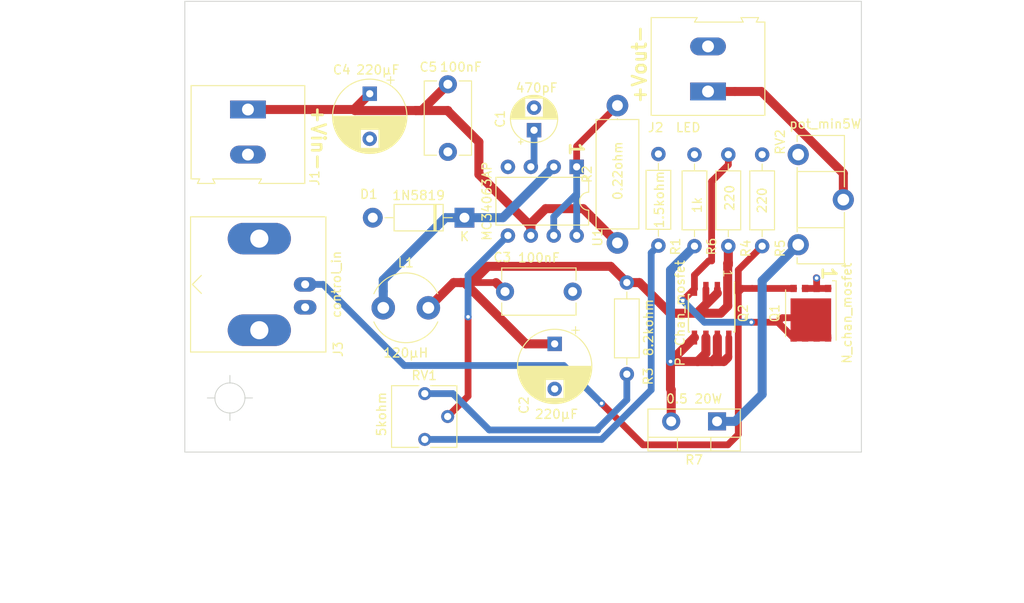
<source format=kicad_pcb>
(kicad_pcb (version 20171130) (host pcbnew 5.0.2-bee76a0~70~ubuntu18.04.1)

  (general
    (thickness 1.6)
    (drawings 12)
    (tracks 140)
    (zones 0)
    (modules 26)
    (nets 15)
  )

  (page A4)
  (layers
    (0 F.Cu signal)
    (31 B.Cu signal)
    (32 B.Adhes user)
    (33 F.Adhes user)
    (34 B.Paste user)
    (35 F.Paste user)
    (36 B.SilkS user)
    (37 F.SilkS user)
    (38 B.Mask user)
    (39 F.Mask user)
    (40 Dwgs.User user)
    (41 Cmts.User user)
    (42 Eco1.User user)
    (43 Eco2.User user)
    (44 Edge.Cuts user)
    (45 Margin user)
    (46 B.CrtYd user)
    (47 F.CrtYd user)
    (48 B.Fab user)
    (49 F.Fab user)
  )

  (setup
    (last_trace_width 0.25)
    (trace_clearance 0.2)
    (zone_clearance 0.508)
    (zone_45_only no)
    (trace_min 0.2)
    (segment_width 0.2)
    (edge_width 0.1)
    (via_size 0.8)
    (via_drill 0.4)
    (via_min_size 0.4)
    (via_min_drill 0.3)
    (uvia_size 0.3)
    (uvia_drill 0.1)
    (uvias_allowed no)
    (uvia_min_size 0.2)
    (uvia_min_drill 0.1)
    (pcb_text_width 0.3)
    (pcb_text_size 1.5 1.5)
    (mod_edge_width 0.15)
    (mod_text_size 1 1)
    (mod_text_width 0.15)
    (pad_size 1.5 1.5)
    (pad_drill 0.6)
    (pad_to_mask_clearance 0)
    (solder_mask_min_width 0.25)
    (aux_axis_origin 91 97)
    (visible_elements FFFFFF7F)
    (pcbplotparams
      (layerselection 0x3ffff_ffffffff)
      (usegerberextensions false)
      (usegerberattributes false)
      (usegerberadvancedattributes false)
      (creategerberjobfile false)
      (excludeedgelayer true)
      (linewidth 0.100000)
      (plotframeref false)
      (viasonmask false)
      (mode 1)
      (useauxorigin false)
      (hpglpennumber 1)
      (hpglpenspeed 20)
      (hpglpendiameter 15.000000)
      (psnegative false)
      (psa4output false)
      (plotreference true)
      (plotvalue true)
      (plotinvisibletext false)
      (padsonsilk false)
      (subtractmaskfromsilk false)
      (outputformat 1)
      (mirror false)
      (drillshape 0)
      (scaleselection 1)
      (outputdirectory "gerber/"))
  )

  (net 0 "")
  (net 1 GND)
  (net 2 "Net-(J2-Pad1)")
  (net 3 "Net-(Q1-Pad5)")
  (net 4 "Net-(Q2-Pad5)")
  (net 5 "Net-(C1-Pad1)")
  (net 6 "Net-(C2-Pad1)")
  (net 7 VDD)
  (net 8 "Net-(D1-Pad1)")
  (net 9 "Net-(J3-Pad1)")
  (net 10 "Net-(R1-Pad1)")
  (net 11 "Net-(R2-Pad2)")
  (net 12 "Net-(R3-Pad2)")
  (net 13 "Net-(R7-Pad1)")
  (net 14 "Net-(RV1-Pad2)")

  (net_class Default "This is the default net class."
    (clearance 0.2)
    (trace_width 0.25)
    (via_dia 0.8)
    (via_drill 0.4)
    (uvia_dia 0.3)
    (uvia_drill 0.1)
  )

  (net_class power_line ""
    (clearance 0.3)
    (trace_width 1)
    (via_dia 0.8)
    (via_drill 0.4)
    (uvia_dia 0.3)
    (uvia_drill 0.1)
    (add_net "Net-(C2-Pad1)")
    (add_net "Net-(D1-Pad1)")
    (add_net "Net-(J2-Pad1)")
    (add_net "Net-(Q2-Pad5)")
    (add_net "Net-(R7-Pad1)")
    (add_net VDD)
  )

  (net_class thick ""
    (clearance 0.3)
    (trace_width 0.75)
    (via_dia 0.8)
    (via_drill 0.4)
    (uvia_dia 0.3)
    (uvia_drill 0.1)
    (add_net GND)
    (add_net "Net-(C1-Pad1)")
    (add_net "Net-(J3-Pad1)")
    (add_net "Net-(Q1-Pad5)")
    (add_net "Net-(R1-Pad1)")
    (add_net "Net-(R2-Pad2)")
    (add_net "Net-(R3-Pad2)")
    (add_net "Net-(RV1-Pad2)")
  )

  (module Capacitor_THT:CP_Radial_D5.0mm_P2.50mm (layer F.Cu) (tedit 5D25FDE8) (tstamp 5D2C5448)
    (at 124.714 67.2968 90)
    (descr "CP, Radial series, Radial, pin pitch=2.50mm, , diameter=5mm, Electrolytic Capacitor")
    (tags "CP Radial series Radial pin pitch 2.50mm  diameter 5mm Electrolytic Capacitor")
    (path /5D204DAA)
    (fp_text reference C1 (at 1.25 -3.75 90) (layer F.SilkS)
      (effects (font (size 1 1) (thickness 0.15)))
    )
    (fp_text value 470pF (at 4.6968 0.286 180) (layer F.SilkS)
      (effects (font (size 1 1) (thickness 0.15)))
    )
    (fp_circle (center 1.25 0) (end 3.75 0) (layer F.Fab) (width 0.1))
    (fp_circle (center 1.25 0) (end 3.87 0) (layer F.SilkS) (width 0.12))
    (fp_circle (center 1.25 0) (end 4 0) (layer F.CrtYd) (width 0.05))
    (fp_line (start -0.883605 -1.0875) (end -0.383605 -1.0875) (layer F.Fab) (width 0.1))
    (fp_line (start -0.633605 -1.3375) (end -0.633605 -0.8375) (layer F.Fab) (width 0.1))
    (fp_line (start 1.25 -2.58) (end 1.25 2.58) (layer F.SilkS) (width 0.12))
    (fp_line (start 1.29 -2.58) (end 1.29 2.58) (layer F.SilkS) (width 0.12))
    (fp_line (start 1.33 -2.579) (end 1.33 2.579) (layer F.SilkS) (width 0.12))
    (fp_line (start 1.37 -2.578) (end 1.37 2.578) (layer F.SilkS) (width 0.12))
    (fp_line (start 1.41 -2.576) (end 1.41 2.576) (layer F.SilkS) (width 0.12))
    (fp_line (start 1.45 -2.573) (end 1.45 2.573) (layer F.SilkS) (width 0.12))
    (fp_line (start 1.49 -2.569) (end 1.49 -1.04) (layer F.SilkS) (width 0.12))
    (fp_line (start 1.49 1.04) (end 1.49 2.569) (layer F.SilkS) (width 0.12))
    (fp_line (start 1.53 -2.565) (end 1.53 -1.04) (layer F.SilkS) (width 0.12))
    (fp_line (start 1.53 1.04) (end 1.53 2.565) (layer F.SilkS) (width 0.12))
    (fp_line (start 1.57 -2.561) (end 1.57 -1.04) (layer F.SilkS) (width 0.12))
    (fp_line (start 1.57 1.04) (end 1.57 2.561) (layer F.SilkS) (width 0.12))
    (fp_line (start 1.61 -2.556) (end 1.61 -1.04) (layer F.SilkS) (width 0.12))
    (fp_line (start 1.61 1.04) (end 1.61 2.556) (layer F.SilkS) (width 0.12))
    (fp_line (start 1.65 -2.55) (end 1.65 -1.04) (layer F.SilkS) (width 0.12))
    (fp_line (start 1.65 1.04) (end 1.65 2.55) (layer F.SilkS) (width 0.12))
    (fp_line (start 1.69 -2.543) (end 1.69 -1.04) (layer F.SilkS) (width 0.12))
    (fp_line (start 1.69 1.04) (end 1.69 2.543) (layer F.SilkS) (width 0.12))
    (fp_line (start 1.73 -2.536) (end 1.73 -1.04) (layer F.SilkS) (width 0.12))
    (fp_line (start 1.73 1.04) (end 1.73 2.536) (layer F.SilkS) (width 0.12))
    (fp_line (start 1.77 -2.528) (end 1.77 -1.04) (layer F.SilkS) (width 0.12))
    (fp_line (start 1.77 1.04) (end 1.77 2.528) (layer F.SilkS) (width 0.12))
    (fp_line (start 1.81 -2.52) (end 1.81 -1.04) (layer F.SilkS) (width 0.12))
    (fp_line (start 1.81 1.04) (end 1.81 2.52) (layer F.SilkS) (width 0.12))
    (fp_line (start 1.85 -2.511) (end 1.85 -1.04) (layer F.SilkS) (width 0.12))
    (fp_line (start 1.85 1.04) (end 1.85 2.511) (layer F.SilkS) (width 0.12))
    (fp_line (start 1.89 -2.501) (end 1.89 -1.04) (layer F.SilkS) (width 0.12))
    (fp_line (start 1.89 1.04) (end 1.89 2.501) (layer F.SilkS) (width 0.12))
    (fp_line (start 1.93 -2.491) (end 1.93 -1.04) (layer F.SilkS) (width 0.12))
    (fp_line (start 1.93 1.04) (end 1.93 2.491) (layer F.SilkS) (width 0.12))
    (fp_line (start 1.971 -2.48) (end 1.971 -1.04) (layer F.SilkS) (width 0.12))
    (fp_line (start 1.971 1.04) (end 1.971 2.48) (layer F.SilkS) (width 0.12))
    (fp_line (start 2.011 -2.468) (end 2.011 -1.04) (layer F.SilkS) (width 0.12))
    (fp_line (start 2.011 1.04) (end 2.011 2.468) (layer F.SilkS) (width 0.12))
    (fp_line (start 2.051 -2.455) (end 2.051 -1.04) (layer F.SilkS) (width 0.12))
    (fp_line (start 2.051 1.04) (end 2.051 2.455) (layer F.SilkS) (width 0.12))
    (fp_line (start 2.091 -2.442) (end 2.091 -1.04) (layer F.SilkS) (width 0.12))
    (fp_line (start 2.091 1.04) (end 2.091 2.442) (layer F.SilkS) (width 0.12))
    (fp_line (start 2.131 -2.428) (end 2.131 -1.04) (layer F.SilkS) (width 0.12))
    (fp_line (start 2.131 1.04) (end 2.131 2.428) (layer F.SilkS) (width 0.12))
    (fp_line (start 2.171 -2.414) (end 2.171 -1.04) (layer F.SilkS) (width 0.12))
    (fp_line (start 2.171 1.04) (end 2.171 2.414) (layer F.SilkS) (width 0.12))
    (fp_line (start 2.211 -2.398) (end 2.211 -1.04) (layer F.SilkS) (width 0.12))
    (fp_line (start 2.211 1.04) (end 2.211 2.398) (layer F.SilkS) (width 0.12))
    (fp_line (start 2.251 -2.382) (end 2.251 -1.04) (layer F.SilkS) (width 0.12))
    (fp_line (start 2.251 1.04) (end 2.251 2.382) (layer F.SilkS) (width 0.12))
    (fp_line (start 2.291 -2.365) (end 2.291 -1.04) (layer F.SilkS) (width 0.12))
    (fp_line (start 2.291 1.04) (end 2.291 2.365) (layer F.SilkS) (width 0.12))
    (fp_line (start 2.331 -2.348) (end 2.331 -1.04) (layer F.SilkS) (width 0.12))
    (fp_line (start 2.331 1.04) (end 2.331 2.348) (layer F.SilkS) (width 0.12))
    (fp_line (start 2.371 -2.329) (end 2.371 -1.04) (layer F.SilkS) (width 0.12))
    (fp_line (start 2.371 1.04) (end 2.371 2.329) (layer F.SilkS) (width 0.12))
    (fp_line (start 2.411 -2.31) (end 2.411 -1.04) (layer F.SilkS) (width 0.12))
    (fp_line (start 2.411 1.04) (end 2.411 2.31) (layer F.SilkS) (width 0.12))
    (fp_line (start 2.451 -2.29) (end 2.451 -1.04) (layer F.SilkS) (width 0.12))
    (fp_line (start 2.451 1.04) (end 2.451 2.29) (layer F.SilkS) (width 0.12))
    (fp_line (start 2.491 -2.268) (end 2.491 -1.04) (layer F.SilkS) (width 0.12))
    (fp_line (start 2.491 1.04) (end 2.491 2.268) (layer F.SilkS) (width 0.12))
    (fp_line (start 2.531 -2.247) (end 2.531 -1.04) (layer F.SilkS) (width 0.12))
    (fp_line (start 2.531 1.04) (end 2.531 2.247) (layer F.SilkS) (width 0.12))
    (fp_line (start 2.571 -2.224) (end 2.571 -1.04) (layer F.SilkS) (width 0.12))
    (fp_line (start 2.571 1.04) (end 2.571 2.224) (layer F.SilkS) (width 0.12))
    (fp_line (start 2.611 -2.2) (end 2.611 -1.04) (layer F.SilkS) (width 0.12))
    (fp_line (start 2.611 1.04) (end 2.611 2.2) (layer F.SilkS) (width 0.12))
    (fp_line (start 2.651 -2.175) (end 2.651 -1.04) (layer F.SilkS) (width 0.12))
    (fp_line (start 2.651 1.04) (end 2.651 2.175) (layer F.SilkS) (width 0.12))
    (fp_line (start 2.691 -2.149) (end 2.691 -1.04) (layer F.SilkS) (width 0.12))
    (fp_line (start 2.691 1.04) (end 2.691 2.149) (layer F.SilkS) (width 0.12))
    (fp_line (start 2.731 -2.122) (end 2.731 -1.04) (layer F.SilkS) (width 0.12))
    (fp_line (start 2.731 1.04) (end 2.731 2.122) (layer F.SilkS) (width 0.12))
    (fp_line (start 2.771 -2.095) (end 2.771 -1.04) (layer F.SilkS) (width 0.12))
    (fp_line (start 2.771 1.04) (end 2.771 2.095) (layer F.SilkS) (width 0.12))
    (fp_line (start 2.811 -2.065) (end 2.811 -1.04) (layer F.SilkS) (width 0.12))
    (fp_line (start 2.811 1.04) (end 2.811 2.065) (layer F.SilkS) (width 0.12))
    (fp_line (start 2.851 -2.035) (end 2.851 -1.04) (layer F.SilkS) (width 0.12))
    (fp_line (start 2.851 1.04) (end 2.851 2.035) (layer F.SilkS) (width 0.12))
    (fp_line (start 2.891 -2.004) (end 2.891 -1.04) (layer F.SilkS) (width 0.12))
    (fp_line (start 2.891 1.04) (end 2.891 2.004) (layer F.SilkS) (width 0.12))
    (fp_line (start 2.931 -1.971) (end 2.931 -1.04) (layer F.SilkS) (width 0.12))
    (fp_line (start 2.931 1.04) (end 2.931 1.971) (layer F.SilkS) (width 0.12))
    (fp_line (start 2.971 -1.937) (end 2.971 -1.04) (layer F.SilkS) (width 0.12))
    (fp_line (start 2.971 1.04) (end 2.971 1.937) (layer F.SilkS) (width 0.12))
    (fp_line (start 3.011 -1.901) (end 3.011 -1.04) (layer F.SilkS) (width 0.12))
    (fp_line (start 3.011 1.04) (end 3.011 1.901) (layer F.SilkS) (width 0.12))
    (fp_line (start 3.051 -1.864) (end 3.051 -1.04) (layer F.SilkS) (width 0.12))
    (fp_line (start 3.051 1.04) (end 3.051 1.864) (layer F.SilkS) (width 0.12))
    (fp_line (start 3.091 -1.826) (end 3.091 -1.04) (layer F.SilkS) (width 0.12))
    (fp_line (start 3.091 1.04) (end 3.091 1.826) (layer F.SilkS) (width 0.12))
    (fp_line (start 3.131 -1.785) (end 3.131 -1.04) (layer F.SilkS) (width 0.12))
    (fp_line (start 3.131 1.04) (end 3.131 1.785) (layer F.SilkS) (width 0.12))
    (fp_line (start 3.171 -1.743) (end 3.171 -1.04) (layer F.SilkS) (width 0.12))
    (fp_line (start 3.171 1.04) (end 3.171 1.743) (layer F.SilkS) (width 0.12))
    (fp_line (start 3.211 -1.699) (end 3.211 -1.04) (layer F.SilkS) (width 0.12))
    (fp_line (start 3.211 1.04) (end 3.211 1.699) (layer F.SilkS) (width 0.12))
    (fp_line (start 3.251 -1.653) (end 3.251 -1.04) (layer F.SilkS) (width 0.12))
    (fp_line (start 3.251 1.04) (end 3.251 1.653) (layer F.SilkS) (width 0.12))
    (fp_line (start 3.291 -1.605) (end 3.291 -1.04) (layer F.SilkS) (width 0.12))
    (fp_line (start 3.291 1.04) (end 3.291 1.605) (layer F.SilkS) (width 0.12))
    (fp_line (start 3.331 -1.554) (end 3.331 -1.04) (layer F.SilkS) (width 0.12))
    (fp_line (start 3.331 1.04) (end 3.331 1.554) (layer F.SilkS) (width 0.12))
    (fp_line (start 3.371 -1.5) (end 3.371 -1.04) (layer F.SilkS) (width 0.12))
    (fp_line (start 3.371 1.04) (end 3.371 1.5) (layer F.SilkS) (width 0.12))
    (fp_line (start 3.411 -1.443) (end 3.411 -1.04) (layer F.SilkS) (width 0.12))
    (fp_line (start 3.411 1.04) (end 3.411 1.443) (layer F.SilkS) (width 0.12))
    (fp_line (start 3.451 -1.383) (end 3.451 -1.04) (layer F.SilkS) (width 0.12))
    (fp_line (start 3.451 1.04) (end 3.451 1.383) (layer F.SilkS) (width 0.12))
    (fp_line (start 3.491 -1.319) (end 3.491 -1.04) (layer F.SilkS) (width 0.12))
    (fp_line (start 3.491 1.04) (end 3.491 1.319) (layer F.SilkS) (width 0.12))
    (fp_line (start 3.531 -1.251) (end 3.531 -1.04) (layer F.SilkS) (width 0.12))
    (fp_line (start 3.531 1.04) (end 3.531 1.251) (layer F.SilkS) (width 0.12))
    (fp_line (start 3.571 -1.178) (end 3.571 1.178) (layer F.SilkS) (width 0.12))
    (fp_line (start 3.611 -1.098) (end 3.611 1.098) (layer F.SilkS) (width 0.12))
    (fp_line (start 3.651 -1.011) (end 3.651 1.011) (layer F.SilkS) (width 0.12))
    (fp_line (start 3.691 -0.915) (end 3.691 0.915) (layer F.SilkS) (width 0.12))
    (fp_line (start 3.731 -0.805) (end 3.731 0.805) (layer F.SilkS) (width 0.12))
    (fp_line (start 3.771 -0.677) (end 3.771 0.677) (layer F.SilkS) (width 0.12))
    (fp_line (start 3.811 -0.518) (end 3.811 0.518) (layer F.SilkS) (width 0.12))
    (fp_line (start 3.851 -0.284) (end 3.851 0.284) (layer F.SilkS) (width 0.12))
    (fp_line (start -1.554775 -1.475) (end -1.054775 -1.475) (layer F.SilkS) (width 0.12))
    (fp_line (start -1.304775 -1.725) (end -1.304775 -1.225) (layer F.SilkS) (width 0.12))
    (fp_text user %R (at 1.25 0 90) (layer F.Fab)
      (effects (font (size 1 1) (thickness 0.15)))
    )
    (pad 1 thru_hole rect (at 0 0 90) (size 1.6 1.6) (drill 0.8) (layers *.Cu *.Mask)
      (net 5 "Net-(C1-Pad1)"))
    (pad 2 thru_hole circle (at 2.5 0 90) (size 1.6 1.6) (drill 0.8) (layers *.Cu *.Mask)
      (net 1 GND))
    (model ${KISYS3DMOD}/Capacitor_THT.3dshapes/CP_Radial_D5.0mm_P2.50mm.wrl
      (at (xyz 0 0 0))
      (scale (xyz 1 1 1))
      (rotate (xyz 0 0 0))
    )
  )

  (module Capacitor_THT:CP_Radial_D8.0mm_P5.00mm (layer F.Cu) (tedit 5D25FD50) (tstamp 5D2C54F1)
    (at 127 91 270)
    (descr "CP, Radial series, Radial, pin pitch=5.00mm, , diameter=8mm, Electrolytic Capacitor")
    (tags "CP Radial series Radial pin pitch 5.00mm  diameter 8mm Electrolytic Capacitor")
    (path /5D216679)
    (fp_text reference C2 (at 6.8 3.4 270) (layer F.SilkS)
      (effects (font (size 1 1) (thickness 0.15)))
    )
    (fp_text value 220µF (at 7.8 -0.2) (layer F.SilkS)
      (effects (font (size 1 1) (thickness 0.15)))
    )
    (fp_circle (center 2.5 0) (end 6.5 0) (layer F.Fab) (width 0.1))
    (fp_circle (center 2.5 0) (end 6.62 0) (layer F.SilkS) (width 0.12))
    (fp_circle (center 2.5 0) (end 6.75 0) (layer F.CrtYd) (width 0.05))
    (fp_line (start -0.926759 -1.7475) (end -0.126759 -1.7475) (layer F.Fab) (width 0.1))
    (fp_line (start -0.526759 -2.1475) (end -0.526759 -1.3475) (layer F.Fab) (width 0.1))
    (fp_line (start 2.5 -4.08) (end 2.5 4.08) (layer F.SilkS) (width 0.12))
    (fp_line (start 2.54 -4.08) (end 2.54 4.08) (layer F.SilkS) (width 0.12))
    (fp_line (start 2.58 -4.08) (end 2.58 4.08) (layer F.SilkS) (width 0.12))
    (fp_line (start 2.62 -4.079) (end 2.62 4.079) (layer F.SilkS) (width 0.12))
    (fp_line (start 2.66 -4.077) (end 2.66 4.077) (layer F.SilkS) (width 0.12))
    (fp_line (start 2.7 -4.076) (end 2.7 4.076) (layer F.SilkS) (width 0.12))
    (fp_line (start 2.74 -4.074) (end 2.74 4.074) (layer F.SilkS) (width 0.12))
    (fp_line (start 2.78 -4.071) (end 2.78 4.071) (layer F.SilkS) (width 0.12))
    (fp_line (start 2.82 -4.068) (end 2.82 4.068) (layer F.SilkS) (width 0.12))
    (fp_line (start 2.86 -4.065) (end 2.86 4.065) (layer F.SilkS) (width 0.12))
    (fp_line (start 2.9 -4.061) (end 2.9 4.061) (layer F.SilkS) (width 0.12))
    (fp_line (start 2.94 -4.057) (end 2.94 4.057) (layer F.SilkS) (width 0.12))
    (fp_line (start 2.98 -4.052) (end 2.98 4.052) (layer F.SilkS) (width 0.12))
    (fp_line (start 3.02 -4.048) (end 3.02 4.048) (layer F.SilkS) (width 0.12))
    (fp_line (start 3.06 -4.042) (end 3.06 4.042) (layer F.SilkS) (width 0.12))
    (fp_line (start 3.1 -4.037) (end 3.1 4.037) (layer F.SilkS) (width 0.12))
    (fp_line (start 3.14 -4.03) (end 3.14 4.03) (layer F.SilkS) (width 0.12))
    (fp_line (start 3.18 -4.024) (end 3.18 4.024) (layer F.SilkS) (width 0.12))
    (fp_line (start 3.221 -4.017) (end 3.221 4.017) (layer F.SilkS) (width 0.12))
    (fp_line (start 3.261 -4.01) (end 3.261 4.01) (layer F.SilkS) (width 0.12))
    (fp_line (start 3.301 -4.002) (end 3.301 4.002) (layer F.SilkS) (width 0.12))
    (fp_line (start 3.341 -3.994) (end 3.341 3.994) (layer F.SilkS) (width 0.12))
    (fp_line (start 3.381 -3.985) (end 3.381 3.985) (layer F.SilkS) (width 0.12))
    (fp_line (start 3.421 -3.976) (end 3.421 3.976) (layer F.SilkS) (width 0.12))
    (fp_line (start 3.461 -3.967) (end 3.461 3.967) (layer F.SilkS) (width 0.12))
    (fp_line (start 3.501 -3.957) (end 3.501 3.957) (layer F.SilkS) (width 0.12))
    (fp_line (start 3.541 -3.947) (end 3.541 3.947) (layer F.SilkS) (width 0.12))
    (fp_line (start 3.581 -3.936) (end 3.581 3.936) (layer F.SilkS) (width 0.12))
    (fp_line (start 3.621 -3.925) (end 3.621 3.925) (layer F.SilkS) (width 0.12))
    (fp_line (start 3.661 -3.914) (end 3.661 3.914) (layer F.SilkS) (width 0.12))
    (fp_line (start 3.701 -3.902) (end 3.701 3.902) (layer F.SilkS) (width 0.12))
    (fp_line (start 3.741 -3.889) (end 3.741 3.889) (layer F.SilkS) (width 0.12))
    (fp_line (start 3.781 -3.877) (end 3.781 3.877) (layer F.SilkS) (width 0.12))
    (fp_line (start 3.821 -3.863) (end 3.821 3.863) (layer F.SilkS) (width 0.12))
    (fp_line (start 3.861 -3.85) (end 3.861 3.85) (layer F.SilkS) (width 0.12))
    (fp_line (start 3.901 -3.835) (end 3.901 3.835) (layer F.SilkS) (width 0.12))
    (fp_line (start 3.941 -3.821) (end 3.941 3.821) (layer F.SilkS) (width 0.12))
    (fp_line (start 3.981 -3.805) (end 3.981 -1.04) (layer F.SilkS) (width 0.12))
    (fp_line (start 3.981 1.04) (end 3.981 3.805) (layer F.SilkS) (width 0.12))
    (fp_line (start 4.021 -3.79) (end 4.021 -1.04) (layer F.SilkS) (width 0.12))
    (fp_line (start 4.021 1.04) (end 4.021 3.79) (layer F.SilkS) (width 0.12))
    (fp_line (start 4.061 -3.774) (end 4.061 -1.04) (layer F.SilkS) (width 0.12))
    (fp_line (start 4.061 1.04) (end 4.061 3.774) (layer F.SilkS) (width 0.12))
    (fp_line (start 4.101 -3.757) (end 4.101 -1.04) (layer F.SilkS) (width 0.12))
    (fp_line (start 4.101 1.04) (end 4.101 3.757) (layer F.SilkS) (width 0.12))
    (fp_line (start 4.141 -3.74) (end 4.141 -1.04) (layer F.SilkS) (width 0.12))
    (fp_line (start 4.141 1.04) (end 4.141 3.74) (layer F.SilkS) (width 0.12))
    (fp_line (start 4.181 -3.722) (end 4.181 -1.04) (layer F.SilkS) (width 0.12))
    (fp_line (start 4.181 1.04) (end 4.181 3.722) (layer F.SilkS) (width 0.12))
    (fp_line (start 4.221 -3.704) (end 4.221 -1.04) (layer F.SilkS) (width 0.12))
    (fp_line (start 4.221 1.04) (end 4.221 3.704) (layer F.SilkS) (width 0.12))
    (fp_line (start 4.261 -3.686) (end 4.261 -1.04) (layer F.SilkS) (width 0.12))
    (fp_line (start 4.261 1.04) (end 4.261 3.686) (layer F.SilkS) (width 0.12))
    (fp_line (start 4.301 -3.666) (end 4.301 -1.04) (layer F.SilkS) (width 0.12))
    (fp_line (start 4.301 1.04) (end 4.301 3.666) (layer F.SilkS) (width 0.12))
    (fp_line (start 4.341 -3.647) (end 4.341 -1.04) (layer F.SilkS) (width 0.12))
    (fp_line (start 4.341 1.04) (end 4.341 3.647) (layer F.SilkS) (width 0.12))
    (fp_line (start 4.381 -3.627) (end 4.381 -1.04) (layer F.SilkS) (width 0.12))
    (fp_line (start 4.381 1.04) (end 4.381 3.627) (layer F.SilkS) (width 0.12))
    (fp_line (start 4.421 -3.606) (end 4.421 -1.04) (layer F.SilkS) (width 0.12))
    (fp_line (start 4.421 1.04) (end 4.421 3.606) (layer F.SilkS) (width 0.12))
    (fp_line (start 4.461 -3.584) (end 4.461 -1.04) (layer F.SilkS) (width 0.12))
    (fp_line (start 4.461 1.04) (end 4.461 3.584) (layer F.SilkS) (width 0.12))
    (fp_line (start 4.501 -3.562) (end 4.501 -1.04) (layer F.SilkS) (width 0.12))
    (fp_line (start 4.501 1.04) (end 4.501 3.562) (layer F.SilkS) (width 0.12))
    (fp_line (start 4.541 -3.54) (end 4.541 -1.04) (layer F.SilkS) (width 0.12))
    (fp_line (start 4.541 1.04) (end 4.541 3.54) (layer F.SilkS) (width 0.12))
    (fp_line (start 4.581 -3.517) (end 4.581 -1.04) (layer F.SilkS) (width 0.12))
    (fp_line (start 4.581 1.04) (end 4.581 3.517) (layer F.SilkS) (width 0.12))
    (fp_line (start 4.621 -3.493) (end 4.621 -1.04) (layer F.SilkS) (width 0.12))
    (fp_line (start 4.621 1.04) (end 4.621 3.493) (layer F.SilkS) (width 0.12))
    (fp_line (start 4.661 -3.469) (end 4.661 -1.04) (layer F.SilkS) (width 0.12))
    (fp_line (start 4.661 1.04) (end 4.661 3.469) (layer F.SilkS) (width 0.12))
    (fp_line (start 4.701 -3.444) (end 4.701 -1.04) (layer F.SilkS) (width 0.12))
    (fp_line (start 4.701 1.04) (end 4.701 3.444) (layer F.SilkS) (width 0.12))
    (fp_line (start 4.741 -3.418) (end 4.741 -1.04) (layer F.SilkS) (width 0.12))
    (fp_line (start 4.741 1.04) (end 4.741 3.418) (layer F.SilkS) (width 0.12))
    (fp_line (start 4.781 -3.392) (end 4.781 -1.04) (layer F.SilkS) (width 0.12))
    (fp_line (start 4.781 1.04) (end 4.781 3.392) (layer F.SilkS) (width 0.12))
    (fp_line (start 4.821 -3.365) (end 4.821 -1.04) (layer F.SilkS) (width 0.12))
    (fp_line (start 4.821 1.04) (end 4.821 3.365) (layer F.SilkS) (width 0.12))
    (fp_line (start 4.861 -3.338) (end 4.861 -1.04) (layer F.SilkS) (width 0.12))
    (fp_line (start 4.861 1.04) (end 4.861 3.338) (layer F.SilkS) (width 0.12))
    (fp_line (start 4.901 -3.309) (end 4.901 -1.04) (layer F.SilkS) (width 0.12))
    (fp_line (start 4.901 1.04) (end 4.901 3.309) (layer F.SilkS) (width 0.12))
    (fp_line (start 4.941 -3.28) (end 4.941 -1.04) (layer F.SilkS) (width 0.12))
    (fp_line (start 4.941 1.04) (end 4.941 3.28) (layer F.SilkS) (width 0.12))
    (fp_line (start 4.981 -3.25) (end 4.981 -1.04) (layer F.SilkS) (width 0.12))
    (fp_line (start 4.981 1.04) (end 4.981 3.25) (layer F.SilkS) (width 0.12))
    (fp_line (start 5.021 -3.22) (end 5.021 -1.04) (layer F.SilkS) (width 0.12))
    (fp_line (start 5.021 1.04) (end 5.021 3.22) (layer F.SilkS) (width 0.12))
    (fp_line (start 5.061 -3.189) (end 5.061 -1.04) (layer F.SilkS) (width 0.12))
    (fp_line (start 5.061 1.04) (end 5.061 3.189) (layer F.SilkS) (width 0.12))
    (fp_line (start 5.101 -3.156) (end 5.101 -1.04) (layer F.SilkS) (width 0.12))
    (fp_line (start 5.101 1.04) (end 5.101 3.156) (layer F.SilkS) (width 0.12))
    (fp_line (start 5.141 -3.124) (end 5.141 -1.04) (layer F.SilkS) (width 0.12))
    (fp_line (start 5.141 1.04) (end 5.141 3.124) (layer F.SilkS) (width 0.12))
    (fp_line (start 5.181 -3.09) (end 5.181 -1.04) (layer F.SilkS) (width 0.12))
    (fp_line (start 5.181 1.04) (end 5.181 3.09) (layer F.SilkS) (width 0.12))
    (fp_line (start 5.221 -3.055) (end 5.221 -1.04) (layer F.SilkS) (width 0.12))
    (fp_line (start 5.221 1.04) (end 5.221 3.055) (layer F.SilkS) (width 0.12))
    (fp_line (start 5.261 -3.019) (end 5.261 -1.04) (layer F.SilkS) (width 0.12))
    (fp_line (start 5.261 1.04) (end 5.261 3.019) (layer F.SilkS) (width 0.12))
    (fp_line (start 5.301 -2.983) (end 5.301 -1.04) (layer F.SilkS) (width 0.12))
    (fp_line (start 5.301 1.04) (end 5.301 2.983) (layer F.SilkS) (width 0.12))
    (fp_line (start 5.341 -2.945) (end 5.341 -1.04) (layer F.SilkS) (width 0.12))
    (fp_line (start 5.341 1.04) (end 5.341 2.945) (layer F.SilkS) (width 0.12))
    (fp_line (start 5.381 -2.907) (end 5.381 -1.04) (layer F.SilkS) (width 0.12))
    (fp_line (start 5.381 1.04) (end 5.381 2.907) (layer F.SilkS) (width 0.12))
    (fp_line (start 5.421 -2.867) (end 5.421 -1.04) (layer F.SilkS) (width 0.12))
    (fp_line (start 5.421 1.04) (end 5.421 2.867) (layer F.SilkS) (width 0.12))
    (fp_line (start 5.461 -2.826) (end 5.461 -1.04) (layer F.SilkS) (width 0.12))
    (fp_line (start 5.461 1.04) (end 5.461 2.826) (layer F.SilkS) (width 0.12))
    (fp_line (start 5.501 -2.784) (end 5.501 -1.04) (layer F.SilkS) (width 0.12))
    (fp_line (start 5.501 1.04) (end 5.501 2.784) (layer F.SilkS) (width 0.12))
    (fp_line (start 5.541 -2.741) (end 5.541 -1.04) (layer F.SilkS) (width 0.12))
    (fp_line (start 5.541 1.04) (end 5.541 2.741) (layer F.SilkS) (width 0.12))
    (fp_line (start 5.581 -2.697) (end 5.581 -1.04) (layer F.SilkS) (width 0.12))
    (fp_line (start 5.581 1.04) (end 5.581 2.697) (layer F.SilkS) (width 0.12))
    (fp_line (start 5.621 -2.651) (end 5.621 -1.04) (layer F.SilkS) (width 0.12))
    (fp_line (start 5.621 1.04) (end 5.621 2.651) (layer F.SilkS) (width 0.12))
    (fp_line (start 5.661 -2.604) (end 5.661 -1.04) (layer F.SilkS) (width 0.12))
    (fp_line (start 5.661 1.04) (end 5.661 2.604) (layer F.SilkS) (width 0.12))
    (fp_line (start 5.701 -2.556) (end 5.701 -1.04) (layer F.SilkS) (width 0.12))
    (fp_line (start 5.701 1.04) (end 5.701 2.556) (layer F.SilkS) (width 0.12))
    (fp_line (start 5.741 -2.505) (end 5.741 -1.04) (layer F.SilkS) (width 0.12))
    (fp_line (start 5.741 1.04) (end 5.741 2.505) (layer F.SilkS) (width 0.12))
    (fp_line (start 5.781 -2.454) (end 5.781 -1.04) (layer F.SilkS) (width 0.12))
    (fp_line (start 5.781 1.04) (end 5.781 2.454) (layer F.SilkS) (width 0.12))
    (fp_line (start 5.821 -2.4) (end 5.821 -1.04) (layer F.SilkS) (width 0.12))
    (fp_line (start 5.821 1.04) (end 5.821 2.4) (layer F.SilkS) (width 0.12))
    (fp_line (start 5.861 -2.345) (end 5.861 -1.04) (layer F.SilkS) (width 0.12))
    (fp_line (start 5.861 1.04) (end 5.861 2.345) (layer F.SilkS) (width 0.12))
    (fp_line (start 5.901 -2.287) (end 5.901 -1.04) (layer F.SilkS) (width 0.12))
    (fp_line (start 5.901 1.04) (end 5.901 2.287) (layer F.SilkS) (width 0.12))
    (fp_line (start 5.941 -2.228) (end 5.941 -1.04) (layer F.SilkS) (width 0.12))
    (fp_line (start 5.941 1.04) (end 5.941 2.228) (layer F.SilkS) (width 0.12))
    (fp_line (start 5.981 -2.166) (end 5.981 -1.04) (layer F.SilkS) (width 0.12))
    (fp_line (start 5.981 1.04) (end 5.981 2.166) (layer F.SilkS) (width 0.12))
    (fp_line (start 6.021 -2.102) (end 6.021 -1.04) (layer F.SilkS) (width 0.12))
    (fp_line (start 6.021 1.04) (end 6.021 2.102) (layer F.SilkS) (width 0.12))
    (fp_line (start 6.061 -2.034) (end 6.061 2.034) (layer F.SilkS) (width 0.12))
    (fp_line (start 6.101 -1.964) (end 6.101 1.964) (layer F.SilkS) (width 0.12))
    (fp_line (start 6.141 -1.89) (end 6.141 1.89) (layer F.SilkS) (width 0.12))
    (fp_line (start 6.181 -1.813) (end 6.181 1.813) (layer F.SilkS) (width 0.12))
    (fp_line (start 6.221 -1.731) (end 6.221 1.731) (layer F.SilkS) (width 0.12))
    (fp_line (start 6.261 -1.645) (end 6.261 1.645) (layer F.SilkS) (width 0.12))
    (fp_line (start 6.301 -1.552) (end 6.301 1.552) (layer F.SilkS) (width 0.12))
    (fp_line (start 6.341 -1.453) (end 6.341 1.453) (layer F.SilkS) (width 0.12))
    (fp_line (start 6.381 -1.346) (end 6.381 1.346) (layer F.SilkS) (width 0.12))
    (fp_line (start 6.421 -1.229) (end 6.421 1.229) (layer F.SilkS) (width 0.12))
    (fp_line (start 6.461 -1.098) (end 6.461 1.098) (layer F.SilkS) (width 0.12))
    (fp_line (start 6.501 -0.948) (end 6.501 0.948) (layer F.SilkS) (width 0.12))
    (fp_line (start 6.541 -0.768) (end 6.541 0.768) (layer F.SilkS) (width 0.12))
    (fp_line (start 6.581 -0.533) (end 6.581 0.533) (layer F.SilkS) (width 0.12))
    (fp_line (start -1.909698 -2.315) (end -1.109698 -2.315) (layer F.SilkS) (width 0.12))
    (fp_line (start -1.509698 -2.715) (end -1.509698 -1.915) (layer F.SilkS) (width 0.12))
    (fp_text user %R (at 2.5 0 270) (layer F.Fab)
      (effects (font (size 1 1) (thickness 0.15)))
    )
    (pad 1 thru_hole rect (at 0 0 270) (size 1.6 1.6) (drill 0.8) (layers *.Cu *.Mask)
      (net 6 "Net-(C2-Pad1)"))
    (pad 2 thru_hole circle (at 5 0 270) (size 1.6 1.6) (drill 0.8) (layers *.Cu *.Mask)
      (net 1 GND))
    (model ${KISYS3DMOD}/Capacitor_THT.3dshapes/CP_Radial_D8.0mm_P5.00mm.wrl
      (at (xyz 0 0 0))
      (scale (xyz 1 1 1))
      (rotate (xyz 0 0 0))
    )
  )

  (module Capacitor_THT:C_Disc_D8.0mm_W5.0mm_P7.50mm (layer F.Cu) (tedit 5D25FD5D) (tstamp 5D2C5506)
    (at 129 85.2 180)
    (descr "C, Disc series, Radial, pin pitch=7.50mm, , diameter*width=8*5.0mm^2, Capacitor, http://www.vishay.com/docs/28535/vy2series.pdf")
    (tags "C Disc series Radial pin pitch 7.50mm  diameter 8mm width 5.0mm Capacitor")
    (path /5D21D811)
    (fp_text reference C3 (at 7.8 3.8 180) (layer F.SilkS)
      (effects (font (size 1 1) (thickness 0.15)))
    )
    (fp_text value 100nF (at 3.75 3.75 180) (layer F.SilkS)
      (effects (font (size 1 1) (thickness 0.15)))
    )
    (fp_line (start -0.25 -2.5) (end -0.25 2.5) (layer F.Fab) (width 0.1))
    (fp_line (start -0.25 2.5) (end 7.75 2.5) (layer F.Fab) (width 0.1))
    (fp_line (start 7.75 2.5) (end 7.75 -2.5) (layer F.Fab) (width 0.1))
    (fp_line (start 7.75 -2.5) (end -0.25 -2.5) (layer F.Fab) (width 0.1))
    (fp_line (start -0.37 -2.62) (end 7.87 -2.62) (layer F.SilkS) (width 0.12))
    (fp_line (start -0.37 2.62) (end 7.87 2.62) (layer F.SilkS) (width 0.12))
    (fp_line (start -0.37 -2.62) (end -0.37 -1.256) (layer F.SilkS) (width 0.12))
    (fp_line (start -0.37 1.256) (end -0.37 2.62) (layer F.SilkS) (width 0.12))
    (fp_line (start 7.87 -2.62) (end 7.87 -1.256) (layer F.SilkS) (width 0.12))
    (fp_line (start 7.87 1.256) (end 7.87 2.62) (layer F.SilkS) (width 0.12))
    (fp_line (start -1.25 -2.75) (end -1.25 2.75) (layer F.CrtYd) (width 0.05))
    (fp_line (start -1.25 2.75) (end 8.75 2.75) (layer F.CrtYd) (width 0.05))
    (fp_line (start 8.75 2.75) (end 8.75 -2.75) (layer F.CrtYd) (width 0.05))
    (fp_line (start 8.75 -2.75) (end -1.25 -2.75) (layer F.CrtYd) (width 0.05))
    (fp_text user %R (at 3.75 0 180) (layer F.Fab)
      (effects (font (size 1 1) (thickness 0.15)))
    )
    (pad 1 thru_hole circle (at 0 0 180) (size 2 2) (drill 1) (layers *.Cu *.Mask)
      (net 1 GND))
    (pad 2 thru_hole circle (at 7.5 0 180) (size 2 2) (drill 1) (layers *.Cu *.Mask)
      (net 6 "Net-(C2-Pad1)"))
    (model ${KISYS3DMOD}/Capacitor_THT.3dshapes/C_Disc_D8.0mm_W5.0mm_P7.50mm.wrl
      (at (xyz 0 0 0))
      (scale (xyz 1 1 1))
      (rotate (xyz 0 0 0))
    )
  )

  (module Capacitor_THT:CP_Radial_D8.0mm_P5.00mm (layer F.Cu) (tedit 5D25FC6A) (tstamp 5D2C55AF)
    (at 106.5 63.25 270)
    (descr "CP, Radial series, Radial, pin pitch=5.00mm, , diameter=8mm, Electrolytic Capacitor")
    (tags "CP Radial series Radial pin pitch 5.00mm  diameter 8mm Electrolytic Capacitor")
    (path /5D1FC6EC)
    (fp_text reference C4 (at -2.65 3.1) (layer F.SilkS)
      (effects (font (size 1 1) (thickness 0.15)))
    )
    (fp_text value 220µF (at -2.65 -0.9) (layer F.SilkS)
      (effects (font (size 1 1) (thickness 0.15)))
    )
    (fp_text user %R (at 2.5 0 270) (layer F.Fab)
      (effects (font (size 1 1) (thickness 0.15)))
    )
    (fp_line (start -1.509698 -2.715) (end -1.509698 -1.915) (layer F.SilkS) (width 0.12))
    (fp_line (start -1.909698 -2.315) (end -1.109698 -2.315) (layer F.SilkS) (width 0.12))
    (fp_line (start 6.581 -0.533) (end 6.581 0.533) (layer F.SilkS) (width 0.12))
    (fp_line (start 6.541 -0.768) (end 6.541 0.768) (layer F.SilkS) (width 0.12))
    (fp_line (start 6.501 -0.948) (end 6.501 0.948) (layer F.SilkS) (width 0.12))
    (fp_line (start 6.461 -1.098) (end 6.461 1.098) (layer F.SilkS) (width 0.12))
    (fp_line (start 6.421 -1.229) (end 6.421 1.229) (layer F.SilkS) (width 0.12))
    (fp_line (start 6.381 -1.346) (end 6.381 1.346) (layer F.SilkS) (width 0.12))
    (fp_line (start 6.341 -1.453) (end 6.341 1.453) (layer F.SilkS) (width 0.12))
    (fp_line (start 6.301 -1.552) (end 6.301 1.552) (layer F.SilkS) (width 0.12))
    (fp_line (start 6.261 -1.645) (end 6.261 1.645) (layer F.SilkS) (width 0.12))
    (fp_line (start 6.221 -1.731) (end 6.221 1.731) (layer F.SilkS) (width 0.12))
    (fp_line (start 6.181 -1.813) (end 6.181 1.813) (layer F.SilkS) (width 0.12))
    (fp_line (start 6.141 -1.89) (end 6.141 1.89) (layer F.SilkS) (width 0.12))
    (fp_line (start 6.101 -1.964) (end 6.101 1.964) (layer F.SilkS) (width 0.12))
    (fp_line (start 6.061 -2.034) (end 6.061 2.034) (layer F.SilkS) (width 0.12))
    (fp_line (start 6.021 1.04) (end 6.021 2.102) (layer F.SilkS) (width 0.12))
    (fp_line (start 6.021 -2.102) (end 6.021 -1.04) (layer F.SilkS) (width 0.12))
    (fp_line (start 5.981 1.04) (end 5.981 2.166) (layer F.SilkS) (width 0.12))
    (fp_line (start 5.981 -2.166) (end 5.981 -1.04) (layer F.SilkS) (width 0.12))
    (fp_line (start 5.941 1.04) (end 5.941 2.228) (layer F.SilkS) (width 0.12))
    (fp_line (start 5.941 -2.228) (end 5.941 -1.04) (layer F.SilkS) (width 0.12))
    (fp_line (start 5.901 1.04) (end 5.901 2.287) (layer F.SilkS) (width 0.12))
    (fp_line (start 5.901 -2.287) (end 5.901 -1.04) (layer F.SilkS) (width 0.12))
    (fp_line (start 5.861 1.04) (end 5.861 2.345) (layer F.SilkS) (width 0.12))
    (fp_line (start 5.861 -2.345) (end 5.861 -1.04) (layer F.SilkS) (width 0.12))
    (fp_line (start 5.821 1.04) (end 5.821 2.4) (layer F.SilkS) (width 0.12))
    (fp_line (start 5.821 -2.4) (end 5.821 -1.04) (layer F.SilkS) (width 0.12))
    (fp_line (start 5.781 1.04) (end 5.781 2.454) (layer F.SilkS) (width 0.12))
    (fp_line (start 5.781 -2.454) (end 5.781 -1.04) (layer F.SilkS) (width 0.12))
    (fp_line (start 5.741 1.04) (end 5.741 2.505) (layer F.SilkS) (width 0.12))
    (fp_line (start 5.741 -2.505) (end 5.741 -1.04) (layer F.SilkS) (width 0.12))
    (fp_line (start 5.701 1.04) (end 5.701 2.556) (layer F.SilkS) (width 0.12))
    (fp_line (start 5.701 -2.556) (end 5.701 -1.04) (layer F.SilkS) (width 0.12))
    (fp_line (start 5.661 1.04) (end 5.661 2.604) (layer F.SilkS) (width 0.12))
    (fp_line (start 5.661 -2.604) (end 5.661 -1.04) (layer F.SilkS) (width 0.12))
    (fp_line (start 5.621 1.04) (end 5.621 2.651) (layer F.SilkS) (width 0.12))
    (fp_line (start 5.621 -2.651) (end 5.621 -1.04) (layer F.SilkS) (width 0.12))
    (fp_line (start 5.581 1.04) (end 5.581 2.697) (layer F.SilkS) (width 0.12))
    (fp_line (start 5.581 -2.697) (end 5.581 -1.04) (layer F.SilkS) (width 0.12))
    (fp_line (start 5.541 1.04) (end 5.541 2.741) (layer F.SilkS) (width 0.12))
    (fp_line (start 5.541 -2.741) (end 5.541 -1.04) (layer F.SilkS) (width 0.12))
    (fp_line (start 5.501 1.04) (end 5.501 2.784) (layer F.SilkS) (width 0.12))
    (fp_line (start 5.501 -2.784) (end 5.501 -1.04) (layer F.SilkS) (width 0.12))
    (fp_line (start 5.461 1.04) (end 5.461 2.826) (layer F.SilkS) (width 0.12))
    (fp_line (start 5.461 -2.826) (end 5.461 -1.04) (layer F.SilkS) (width 0.12))
    (fp_line (start 5.421 1.04) (end 5.421 2.867) (layer F.SilkS) (width 0.12))
    (fp_line (start 5.421 -2.867) (end 5.421 -1.04) (layer F.SilkS) (width 0.12))
    (fp_line (start 5.381 1.04) (end 5.381 2.907) (layer F.SilkS) (width 0.12))
    (fp_line (start 5.381 -2.907) (end 5.381 -1.04) (layer F.SilkS) (width 0.12))
    (fp_line (start 5.341 1.04) (end 5.341 2.945) (layer F.SilkS) (width 0.12))
    (fp_line (start 5.341 -2.945) (end 5.341 -1.04) (layer F.SilkS) (width 0.12))
    (fp_line (start 5.301 1.04) (end 5.301 2.983) (layer F.SilkS) (width 0.12))
    (fp_line (start 5.301 -2.983) (end 5.301 -1.04) (layer F.SilkS) (width 0.12))
    (fp_line (start 5.261 1.04) (end 5.261 3.019) (layer F.SilkS) (width 0.12))
    (fp_line (start 5.261 -3.019) (end 5.261 -1.04) (layer F.SilkS) (width 0.12))
    (fp_line (start 5.221 1.04) (end 5.221 3.055) (layer F.SilkS) (width 0.12))
    (fp_line (start 5.221 -3.055) (end 5.221 -1.04) (layer F.SilkS) (width 0.12))
    (fp_line (start 5.181 1.04) (end 5.181 3.09) (layer F.SilkS) (width 0.12))
    (fp_line (start 5.181 -3.09) (end 5.181 -1.04) (layer F.SilkS) (width 0.12))
    (fp_line (start 5.141 1.04) (end 5.141 3.124) (layer F.SilkS) (width 0.12))
    (fp_line (start 5.141 -3.124) (end 5.141 -1.04) (layer F.SilkS) (width 0.12))
    (fp_line (start 5.101 1.04) (end 5.101 3.156) (layer F.SilkS) (width 0.12))
    (fp_line (start 5.101 -3.156) (end 5.101 -1.04) (layer F.SilkS) (width 0.12))
    (fp_line (start 5.061 1.04) (end 5.061 3.189) (layer F.SilkS) (width 0.12))
    (fp_line (start 5.061 -3.189) (end 5.061 -1.04) (layer F.SilkS) (width 0.12))
    (fp_line (start 5.021 1.04) (end 5.021 3.22) (layer F.SilkS) (width 0.12))
    (fp_line (start 5.021 -3.22) (end 5.021 -1.04) (layer F.SilkS) (width 0.12))
    (fp_line (start 4.981 1.04) (end 4.981 3.25) (layer F.SilkS) (width 0.12))
    (fp_line (start 4.981 -3.25) (end 4.981 -1.04) (layer F.SilkS) (width 0.12))
    (fp_line (start 4.941 1.04) (end 4.941 3.28) (layer F.SilkS) (width 0.12))
    (fp_line (start 4.941 -3.28) (end 4.941 -1.04) (layer F.SilkS) (width 0.12))
    (fp_line (start 4.901 1.04) (end 4.901 3.309) (layer F.SilkS) (width 0.12))
    (fp_line (start 4.901 -3.309) (end 4.901 -1.04) (layer F.SilkS) (width 0.12))
    (fp_line (start 4.861 1.04) (end 4.861 3.338) (layer F.SilkS) (width 0.12))
    (fp_line (start 4.861 -3.338) (end 4.861 -1.04) (layer F.SilkS) (width 0.12))
    (fp_line (start 4.821 1.04) (end 4.821 3.365) (layer F.SilkS) (width 0.12))
    (fp_line (start 4.821 -3.365) (end 4.821 -1.04) (layer F.SilkS) (width 0.12))
    (fp_line (start 4.781 1.04) (end 4.781 3.392) (layer F.SilkS) (width 0.12))
    (fp_line (start 4.781 -3.392) (end 4.781 -1.04) (layer F.SilkS) (width 0.12))
    (fp_line (start 4.741 1.04) (end 4.741 3.418) (layer F.SilkS) (width 0.12))
    (fp_line (start 4.741 -3.418) (end 4.741 -1.04) (layer F.SilkS) (width 0.12))
    (fp_line (start 4.701 1.04) (end 4.701 3.444) (layer F.SilkS) (width 0.12))
    (fp_line (start 4.701 -3.444) (end 4.701 -1.04) (layer F.SilkS) (width 0.12))
    (fp_line (start 4.661 1.04) (end 4.661 3.469) (layer F.SilkS) (width 0.12))
    (fp_line (start 4.661 -3.469) (end 4.661 -1.04) (layer F.SilkS) (width 0.12))
    (fp_line (start 4.621 1.04) (end 4.621 3.493) (layer F.SilkS) (width 0.12))
    (fp_line (start 4.621 -3.493) (end 4.621 -1.04) (layer F.SilkS) (width 0.12))
    (fp_line (start 4.581 1.04) (end 4.581 3.517) (layer F.SilkS) (width 0.12))
    (fp_line (start 4.581 -3.517) (end 4.581 -1.04) (layer F.SilkS) (width 0.12))
    (fp_line (start 4.541 1.04) (end 4.541 3.54) (layer F.SilkS) (width 0.12))
    (fp_line (start 4.541 -3.54) (end 4.541 -1.04) (layer F.SilkS) (width 0.12))
    (fp_line (start 4.501 1.04) (end 4.501 3.562) (layer F.SilkS) (width 0.12))
    (fp_line (start 4.501 -3.562) (end 4.501 -1.04) (layer F.SilkS) (width 0.12))
    (fp_line (start 4.461 1.04) (end 4.461 3.584) (layer F.SilkS) (width 0.12))
    (fp_line (start 4.461 -3.584) (end 4.461 -1.04) (layer F.SilkS) (width 0.12))
    (fp_line (start 4.421 1.04) (end 4.421 3.606) (layer F.SilkS) (width 0.12))
    (fp_line (start 4.421 -3.606) (end 4.421 -1.04) (layer F.SilkS) (width 0.12))
    (fp_line (start 4.381 1.04) (end 4.381 3.627) (layer F.SilkS) (width 0.12))
    (fp_line (start 4.381 -3.627) (end 4.381 -1.04) (layer F.SilkS) (width 0.12))
    (fp_line (start 4.341 1.04) (end 4.341 3.647) (layer F.SilkS) (width 0.12))
    (fp_line (start 4.341 -3.647) (end 4.341 -1.04) (layer F.SilkS) (width 0.12))
    (fp_line (start 4.301 1.04) (end 4.301 3.666) (layer F.SilkS) (width 0.12))
    (fp_line (start 4.301 -3.666) (end 4.301 -1.04) (layer F.SilkS) (width 0.12))
    (fp_line (start 4.261 1.04) (end 4.261 3.686) (layer F.SilkS) (width 0.12))
    (fp_line (start 4.261 -3.686) (end 4.261 -1.04) (layer F.SilkS) (width 0.12))
    (fp_line (start 4.221 1.04) (end 4.221 3.704) (layer F.SilkS) (width 0.12))
    (fp_line (start 4.221 -3.704) (end 4.221 -1.04) (layer F.SilkS) (width 0.12))
    (fp_line (start 4.181 1.04) (end 4.181 3.722) (layer F.SilkS) (width 0.12))
    (fp_line (start 4.181 -3.722) (end 4.181 -1.04) (layer F.SilkS) (width 0.12))
    (fp_line (start 4.141 1.04) (end 4.141 3.74) (layer F.SilkS) (width 0.12))
    (fp_line (start 4.141 -3.74) (end 4.141 -1.04) (layer F.SilkS) (width 0.12))
    (fp_line (start 4.101 1.04) (end 4.101 3.757) (layer F.SilkS) (width 0.12))
    (fp_line (start 4.101 -3.757) (end 4.101 -1.04) (layer F.SilkS) (width 0.12))
    (fp_line (start 4.061 1.04) (end 4.061 3.774) (layer F.SilkS) (width 0.12))
    (fp_line (start 4.061 -3.774) (end 4.061 -1.04) (layer F.SilkS) (width 0.12))
    (fp_line (start 4.021 1.04) (end 4.021 3.79) (layer F.SilkS) (width 0.12))
    (fp_line (start 4.021 -3.79) (end 4.021 -1.04) (layer F.SilkS) (width 0.12))
    (fp_line (start 3.981 1.04) (end 3.981 3.805) (layer F.SilkS) (width 0.12))
    (fp_line (start 3.981 -3.805) (end 3.981 -1.04) (layer F.SilkS) (width 0.12))
    (fp_line (start 3.941 -3.821) (end 3.941 3.821) (layer F.SilkS) (width 0.12))
    (fp_line (start 3.901 -3.835) (end 3.901 3.835) (layer F.SilkS) (width 0.12))
    (fp_line (start 3.861 -3.85) (end 3.861 3.85) (layer F.SilkS) (width 0.12))
    (fp_line (start 3.821 -3.863) (end 3.821 3.863) (layer F.SilkS) (width 0.12))
    (fp_line (start 3.781 -3.877) (end 3.781 3.877) (layer F.SilkS) (width 0.12))
    (fp_line (start 3.741 -3.889) (end 3.741 3.889) (layer F.SilkS) (width 0.12))
    (fp_line (start 3.701 -3.902) (end 3.701 3.902) (layer F.SilkS) (width 0.12))
    (fp_line (start 3.661 -3.914) (end 3.661 3.914) (layer F.SilkS) (width 0.12))
    (fp_line (start 3.621 -3.925) (end 3.621 3.925) (layer F.SilkS) (width 0.12))
    (fp_line (start 3.581 -3.936) (end 3.581 3.936) (layer F.SilkS) (width 0.12))
    (fp_line (start 3.541 -3.947) (end 3.541 3.947) (layer F.SilkS) (width 0.12))
    (fp_line (start 3.501 -3.957) (end 3.501 3.957) (layer F.SilkS) (width 0.12))
    (fp_line (start 3.461 -3.967) (end 3.461 3.967) (layer F.SilkS) (width 0.12))
    (fp_line (start 3.421 -3.976) (end 3.421 3.976) (layer F.SilkS) (width 0.12))
    (fp_line (start 3.381 -3.985) (end 3.381 3.985) (layer F.SilkS) (width 0.12))
    (fp_line (start 3.341 -3.994) (end 3.341 3.994) (layer F.SilkS) (width 0.12))
    (fp_line (start 3.301 -4.002) (end 3.301 4.002) (layer F.SilkS) (width 0.12))
    (fp_line (start 3.261 -4.01) (end 3.261 4.01) (layer F.SilkS) (width 0.12))
    (fp_line (start 3.221 -4.017) (end 3.221 4.017) (layer F.SilkS) (width 0.12))
    (fp_line (start 3.18 -4.024) (end 3.18 4.024) (layer F.SilkS) (width 0.12))
    (fp_line (start 3.14 -4.03) (end 3.14 4.03) (layer F.SilkS) (width 0.12))
    (fp_line (start 3.1 -4.037) (end 3.1 4.037) (layer F.SilkS) (width 0.12))
    (fp_line (start 3.06 -4.042) (end 3.06 4.042) (layer F.SilkS) (width 0.12))
    (fp_line (start 3.02 -4.048) (end 3.02 4.048) (layer F.SilkS) (width 0.12))
    (fp_line (start 2.98 -4.052) (end 2.98 4.052) (layer F.SilkS) (width 0.12))
    (fp_line (start 2.94 -4.057) (end 2.94 4.057) (layer F.SilkS) (width 0.12))
    (fp_line (start 2.9 -4.061) (end 2.9 4.061) (layer F.SilkS) (width 0.12))
    (fp_line (start 2.86 -4.065) (end 2.86 4.065) (layer F.SilkS) (width 0.12))
    (fp_line (start 2.82 -4.068) (end 2.82 4.068) (layer F.SilkS) (width 0.12))
    (fp_line (start 2.78 -4.071) (end 2.78 4.071) (layer F.SilkS) (width 0.12))
    (fp_line (start 2.74 -4.074) (end 2.74 4.074) (layer F.SilkS) (width 0.12))
    (fp_line (start 2.7 -4.076) (end 2.7 4.076) (layer F.SilkS) (width 0.12))
    (fp_line (start 2.66 -4.077) (end 2.66 4.077) (layer F.SilkS) (width 0.12))
    (fp_line (start 2.62 -4.079) (end 2.62 4.079) (layer F.SilkS) (width 0.12))
    (fp_line (start 2.58 -4.08) (end 2.58 4.08) (layer F.SilkS) (width 0.12))
    (fp_line (start 2.54 -4.08) (end 2.54 4.08) (layer F.SilkS) (width 0.12))
    (fp_line (start 2.5 -4.08) (end 2.5 4.08) (layer F.SilkS) (width 0.12))
    (fp_line (start -0.526759 -2.1475) (end -0.526759 -1.3475) (layer F.Fab) (width 0.1))
    (fp_line (start -0.926759 -1.7475) (end -0.126759 -1.7475) (layer F.Fab) (width 0.1))
    (fp_circle (center 2.5 0) (end 6.75 0) (layer F.CrtYd) (width 0.05))
    (fp_circle (center 2.5 0) (end 6.62 0) (layer F.SilkS) (width 0.12))
    (fp_circle (center 2.5 0) (end 6.5 0) (layer F.Fab) (width 0.1))
    (pad 2 thru_hole circle (at 5 0 270) (size 1.6 1.6) (drill 0.8) (layers *.Cu *.Mask)
      (net 1 GND))
    (pad 1 thru_hole rect (at 0 0 270) (size 1.6 1.6) (drill 0.8) (layers *.Cu *.Mask)
      (net 7 VDD))
    (model ${KISYS3DMOD}/Capacitor_THT.3dshapes/CP_Radial_D8.0mm_P5.00mm.wrl
      (at (xyz 0 0 0))
      (scale (xyz 1 1 1))
      (rotate (xyz 0 0 0))
    )
  )

  (module Capacitor_THT:C_Disc_D8.0mm_W5.0mm_P7.50mm (layer F.Cu) (tedit 5D25FC3F) (tstamp 5D2C55C4)
    (at 115.1636 62.2 270)
    (descr "C, Disc series, Radial, pin pitch=7.50mm, , diameter*width=8*5.0mm^2, Capacitor, http://www.vishay.com/docs/28535/vy2series.pdf")
    (tags "C Disc series Radial pin pitch 7.50mm  diameter 8mm width 5.0mm Capacitor")
    (path /5D1FF024)
    (fp_text reference C5 (at -1.9124 2.1636) (layer F.SilkS)
      (effects (font (size 1 1) (thickness 0.15)))
    )
    (fp_text value 100nF (at -1.9124 -1.4364) (layer F.SilkS)
      (effects (font (size 1 1) (thickness 0.15)))
    )
    (fp_text user %R (at 3.75 0 270) (layer F.Fab)
      (effects (font (size 1 1) (thickness 0.15)))
    )
    (fp_line (start 8.75 -2.75) (end -1.25 -2.75) (layer F.CrtYd) (width 0.05))
    (fp_line (start 8.75 2.75) (end 8.75 -2.75) (layer F.CrtYd) (width 0.05))
    (fp_line (start -1.25 2.75) (end 8.75 2.75) (layer F.CrtYd) (width 0.05))
    (fp_line (start -1.25 -2.75) (end -1.25 2.75) (layer F.CrtYd) (width 0.05))
    (fp_line (start 7.87 1.256) (end 7.87 2.62) (layer F.SilkS) (width 0.12))
    (fp_line (start 7.87 -2.62) (end 7.87 -1.256) (layer F.SilkS) (width 0.12))
    (fp_line (start -0.37 1.256) (end -0.37 2.62) (layer F.SilkS) (width 0.12))
    (fp_line (start -0.37 -2.62) (end -0.37 -1.256) (layer F.SilkS) (width 0.12))
    (fp_line (start -0.37 2.62) (end 7.87 2.62) (layer F.SilkS) (width 0.12))
    (fp_line (start -0.37 -2.62) (end 7.87 -2.62) (layer F.SilkS) (width 0.12))
    (fp_line (start 7.75 -2.5) (end -0.25 -2.5) (layer F.Fab) (width 0.1))
    (fp_line (start 7.75 2.5) (end 7.75 -2.5) (layer F.Fab) (width 0.1))
    (fp_line (start -0.25 2.5) (end 7.75 2.5) (layer F.Fab) (width 0.1))
    (fp_line (start -0.25 -2.5) (end -0.25 2.5) (layer F.Fab) (width 0.1))
    (pad 2 thru_hole circle (at 7.5 0 270) (size 2 2) (drill 1) (layers *.Cu *.Mask)
      (net 1 GND))
    (pad 1 thru_hole circle (at 0 0 270) (size 2 2) (drill 1) (layers *.Cu *.Mask)
      (net 7 VDD))
    (model ${KISYS3DMOD}/Capacitor_THT.3dshapes/C_Disc_D8.0mm_W5.0mm_P7.50mm.wrl
      (at (xyz 0 0 0))
      (scale (xyz 1 1 1))
      (rotate (xyz 0 0 0))
    )
  )

  (module Diode_THT:D_DO-41_SOD81_P10.16mm_Horizontal (layer F.Cu) (tedit 5D25FC73) (tstamp 5D2C55E3)
    (at 117 77 180)
    (descr "Diode, DO-41_SOD81 series, Axial, Horizontal, pin pitch=10.16mm, , length*diameter=5.2*2.7mm^2, , http://www.diodes.com/_files/packages/DO-41%20(Plastic).pdf")
    (tags "Diode DO-41_SOD81 series Axial Horizontal pin pitch 10.16mm  length 5.2mm diameter 2.7mm")
    (path /5D20CED9)
    (fp_text reference D1 (at 10.6 2.6 180) (layer F.SilkS)
      (effects (font (size 1 1) (thickness 0.15)))
    )
    (fp_text value 1N5819 (at 5.08 2.47 180) (layer F.SilkS)
      (effects (font (size 1 1) (thickness 0.15)))
    )
    (fp_line (start 2.48 -1.35) (end 2.48 1.35) (layer F.Fab) (width 0.1))
    (fp_line (start 2.48 1.35) (end 7.68 1.35) (layer F.Fab) (width 0.1))
    (fp_line (start 7.68 1.35) (end 7.68 -1.35) (layer F.Fab) (width 0.1))
    (fp_line (start 7.68 -1.35) (end 2.48 -1.35) (layer F.Fab) (width 0.1))
    (fp_line (start 0 0) (end 2.48 0) (layer F.Fab) (width 0.1))
    (fp_line (start 10.16 0) (end 7.68 0) (layer F.Fab) (width 0.1))
    (fp_line (start 3.26 -1.35) (end 3.26 1.35) (layer F.Fab) (width 0.1))
    (fp_line (start 3.36 -1.35) (end 3.36 1.35) (layer F.Fab) (width 0.1))
    (fp_line (start 3.16 -1.35) (end 3.16 1.35) (layer F.Fab) (width 0.1))
    (fp_line (start 2.36 -1.47) (end 2.36 1.47) (layer F.SilkS) (width 0.12))
    (fp_line (start 2.36 1.47) (end 7.8 1.47) (layer F.SilkS) (width 0.12))
    (fp_line (start 7.8 1.47) (end 7.8 -1.47) (layer F.SilkS) (width 0.12))
    (fp_line (start 7.8 -1.47) (end 2.36 -1.47) (layer F.SilkS) (width 0.12))
    (fp_line (start 1.34 0) (end 2.36 0) (layer F.SilkS) (width 0.12))
    (fp_line (start 8.82 0) (end 7.8 0) (layer F.SilkS) (width 0.12))
    (fp_line (start 3.26 -1.47) (end 3.26 1.47) (layer F.SilkS) (width 0.12))
    (fp_line (start 3.38 -1.47) (end 3.38 1.47) (layer F.SilkS) (width 0.12))
    (fp_line (start 3.14 -1.47) (end 3.14 1.47) (layer F.SilkS) (width 0.12))
    (fp_line (start -1.35 -1.6) (end -1.35 1.6) (layer F.CrtYd) (width 0.05))
    (fp_line (start -1.35 1.6) (end 11.51 1.6) (layer F.CrtYd) (width 0.05))
    (fp_line (start 11.51 1.6) (end 11.51 -1.6) (layer F.CrtYd) (width 0.05))
    (fp_line (start 11.51 -1.6) (end -1.35 -1.6) (layer F.CrtYd) (width 0.05))
    (fp_text user %R (at 5.47 0 180) (layer F.Fab)
      (effects (font (size 1 1) (thickness 0.15)))
    )
    (fp_text user K (at 0 -2.1 180) (layer F.Fab)
      (effects (font (size 1 1) (thickness 0.15)))
    )
    (fp_text user K (at 0 -2.1 180) (layer F.SilkS)
      (effects (font (size 1 1) (thickness 0.15)))
    )
    (pad 1 thru_hole rect (at 0 0 180) (size 2.2 2.2) (drill 1.1) (layers *.Cu *.Mask)
      (net 8 "Net-(D1-Pad1)"))
    (pad 2 thru_hole oval (at 10.16 0 180) (size 2.2 2.2) (drill 1.1) (layers *.Cu *.Mask)
      (net 1 GND))
    (model ${KISYS3DMOD}/Diode_THT.3dshapes/D_DO-41_SOD81_P10.16mm_Horizontal.wrl
      (at (xyz 0 0 0))
      (scale (xyz 1 1 1))
      (rotate (xyz 0 0 0))
    )
  )

  (module TerminalBlock:TerminalBlock_Altech_AK300-2_P5.00mm (layer F.Cu) (tedit 59FF0306) (tstamp 5D327361)
    (at 93 65 270)
    (descr "Altech AK300 terminal block, pitch 5.0mm, 45 degree angled, see http://www.mouser.com/ds/2/16/PCBMETRC-24178.pdf")
    (tags "Altech AK300 terminal block pitch 5.0mm")
    (path /5C51C36B)
    (fp_text reference J1 (at 7.6 -7.4 270) (layer F.SilkS)
      (effects (font (size 1 1) (thickness 0.15)))
    )
    (fp_text value Vin (at 9.2 -5.4) (layer F.Fab)
      (effects (font (size 1 1) (thickness 0.15)))
    )
    (fp_arc (start -1.13 -4.65) (end -1.42 -4.13) (angle 104.2) (layer F.Fab) (width 0.1))
    (fp_arc (start -0.01 -3.71) (end -1.62 -5) (angle 100) (layer F.Fab) (width 0.1))
    (fp_arc (start 0.06 -6.07) (end 1.53 -4.12) (angle 75.5) (layer F.Fab) (width 0.1))
    (fp_arc (start 1.03 -4.59) (end 1.53 -5.05) (angle 90.5) (layer F.Fab) (width 0.1))
    (fp_arc (start 3.87 -4.65) (end 3.58 -4.13) (angle 104.2) (layer F.Fab) (width 0.1))
    (fp_arc (start 4.99 -3.71) (end 3.39 -5) (angle 100) (layer F.Fab) (width 0.1))
    (fp_arc (start 5.07 -6.07) (end 6.53 -4.12) (angle 75.5) (layer F.Fab) (width 0.1))
    (fp_arc (start 6.03 -4.59) (end 6.54 -5.05) (angle 90.5) (layer F.Fab) (width 0.1))
    (fp_line (start 8.36 6.47) (end -2.83 6.47) (layer F.CrtYd) (width 0.05))
    (fp_line (start 8.36 6.47) (end 8.36 -6.47) (layer F.CrtYd) (width 0.05))
    (fp_line (start -2.83 -6.47) (end -2.83 6.47) (layer F.CrtYd) (width 0.05))
    (fp_line (start -2.83 -6.47) (end 8.36 -6.47) (layer F.CrtYd) (width 0.05))
    (fp_line (start 3.36 -0.25) (end 6.67 -0.25) (layer F.Fab) (width 0.1))
    (fp_line (start 2.98 -0.25) (end 3.36 -0.25) (layer F.Fab) (width 0.1))
    (fp_line (start 7.05 -0.25) (end 6.67 -0.25) (layer F.Fab) (width 0.1))
    (fp_line (start 6.67 -0.64) (end 3.36 -0.64) (layer F.Fab) (width 0.1))
    (fp_line (start 7.61 -0.64) (end 6.67 -0.64) (layer F.Fab) (width 0.1))
    (fp_line (start 1.66 -0.64) (end 3.36 -0.64) (layer F.Fab) (width 0.1))
    (fp_line (start -1.64 -0.64) (end 1.66 -0.64) (layer F.Fab) (width 0.1))
    (fp_line (start -2.58 -0.64) (end -1.64 -0.64) (layer F.Fab) (width 0.1))
    (fp_line (start 1.66 -0.25) (end -1.64 -0.25) (layer F.Fab) (width 0.1))
    (fp_line (start 2.04 -0.25) (end 1.66 -0.25) (layer F.Fab) (width 0.1))
    (fp_line (start -2.02 -0.25) (end -1.64 -0.25) (layer F.Fab) (width 0.1))
    (fp_line (start -1.49 -4.32) (end 1.56 -4.95) (layer F.Fab) (width 0.1))
    (fp_line (start -1.62 -4.45) (end 1.44 -5.08) (layer F.Fab) (width 0.1))
    (fp_line (start 3.52 -4.32) (end 6.56 -4.95) (layer F.Fab) (width 0.1))
    (fp_line (start 3.39 -4.45) (end 6.44 -5.08) (layer F.Fab) (width 0.1))
    (fp_line (start 2.04 -5.97) (end -2.02 -5.97) (layer F.Fab) (width 0.1))
    (fp_line (start -2.02 -3.43) (end -2.02 -5.97) (layer F.Fab) (width 0.1))
    (fp_line (start 2.04 -3.43) (end -2.02 -3.43) (layer F.Fab) (width 0.1))
    (fp_line (start 2.04 -3.43) (end 2.04 -5.97) (layer F.Fab) (width 0.1))
    (fp_line (start 7.05 -3.43) (end 2.98 -3.43) (layer F.Fab) (width 0.1))
    (fp_line (start 7.05 -5.97) (end 7.05 -3.43) (layer F.Fab) (width 0.1))
    (fp_line (start 2.98 -5.97) (end 7.05 -5.97) (layer F.Fab) (width 0.1))
    (fp_line (start 2.98 -3.43) (end 2.98 -5.97) (layer F.Fab) (width 0.1))
    (fp_line (start 7.61 -3.17) (end 7.61 -1.65) (layer F.Fab) (width 0.1))
    (fp_line (start -2.58 -3.17) (end -2.58 -6.22) (layer F.Fab) (width 0.1))
    (fp_line (start -2.58 -3.17) (end 7.61 -3.17) (layer F.Fab) (width 0.1))
    (fp_line (start 7.61 -0.64) (end 7.61 4.06) (layer F.Fab) (width 0.1))
    (fp_line (start 7.61 -1.65) (end 7.61 -0.64) (layer F.Fab) (width 0.1))
    (fp_line (start -2.58 -0.64) (end -2.58 -3.17) (layer F.Fab) (width 0.1))
    (fp_line (start -2.58 6.22) (end -2.58 -0.64) (layer F.Fab) (width 0.1))
    (fp_line (start 6.67 0.51) (end 6.28 0.51) (layer F.Fab) (width 0.1))
    (fp_line (start 3.36 0.51) (end 3.74 0.51) (layer F.Fab) (width 0.1))
    (fp_line (start 1.66 0.51) (end 1.28 0.51) (layer F.Fab) (width 0.1))
    (fp_line (start -1.64 0.51) (end -1.26 0.51) (layer F.Fab) (width 0.1))
    (fp_line (start -1.64 3.68) (end -1.64 0.51) (layer F.Fab) (width 0.1))
    (fp_line (start 1.66 3.68) (end -1.64 3.68) (layer F.Fab) (width 0.1))
    (fp_line (start 1.66 3.68) (end 1.66 0.51) (layer F.Fab) (width 0.1))
    (fp_line (start 3.36 3.68) (end 3.36 0.51) (layer F.Fab) (width 0.1))
    (fp_line (start 6.67 3.68) (end 3.36 3.68) (layer F.Fab) (width 0.1))
    (fp_line (start 6.67 3.68) (end 6.67 0.51) (layer F.Fab) (width 0.1))
    (fp_line (start -2.02 4.32) (end -2.02 6.22) (layer F.Fab) (width 0.1))
    (fp_line (start 2.04 4.32) (end 2.04 -0.25) (layer F.Fab) (width 0.1))
    (fp_line (start 2.04 4.32) (end -2.02 4.32) (layer F.Fab) (width 0.1))
    (fp_line (start 7.05 4.32) (end 7.05 6.22) (layer F.Fab) (width 0.1))
    (fp_line (start 2.98 4.32) (end 2.98 -0.25) (layer F.Fab) (width 0.1))
    (fp_line (start 2.98 4.32) (end 7.05 4.32) (layer F.Fab) (width 0.1))
    (fp_line (start -2.02 6.22) (end 2.04 6.22) (layer F.Fab) (width 0.1))
    (fp_line (start -2.58 6.22) (end -2.02 6.22) (layer F.Fab) (width 0.1))
    (fp_line (start -2.02 -0.25) (end -2.02 4.32) (layer F.Fab) (width 0.1))
    (fp_line (start 2.04 6.22) (end 2.98 6.22) (layer F.Fab) (width 0.1))
    (fp_line (start 2.04 6.22) (end 2.04 4.32) (layer F.Fab) (width 0.1))
    (fp_line (start 7.05 6.22) (end 7.61 6.22) (layer F.Fab) (width 0.1))
    (fp_line (start 2.98 6.22) (end 7.05 6.22) (layer F.Fab) (width 0.1))
    (fp_line (start 7.05 -0.25) (end 7.05 4.32) (layer F.Fab) (width 0.1))
    (fp_line (start 2.98 6.22) (end 2.98 4.32) (layer F.Fab) (width 0.1))
    (fp_line (start 8.11 3.81) (end 8.11 5.46) (layer F.Fab) (width 0.1))
    (fp_line (start 7.61 4.06) (end 7.61 5.21) (layer F.Fab) (width 0.1))
    (fp_line (start 8.11 3.81) (end 7.61 4.06) (layer F.Fab) (width 0.1))
    (fp_line (start 7.61 5.21) (end 7.61 6.22) (layer F.Fab) (width 0.1))
    (fp_line (start 8.11 5.46) (end 7.61 5.21) (layer F.Fab) (width 0.1))
    (fp_line (start 8.11 -1.4) (end 7.61 -1.65) (layer F.Fab) (width 0.1))
    (fp_line (start 8.11 -6.22) (end 8.11 -1.4) (layer F.Fab) (width 0.1))
    (fp_line (start 7.61 -6.22) (end 8.11 -6.22) (layer F.Fab) (width 0.1))
    (fp_line (start 7.61 -6.22) (end -2.58 -6.22) (layer F.Fab) (width 0.1))
    (fp_line (start 7.61 -6.22) (end 7.61 -3.17) (layer F.Fab) (width 0.1))
    (fp_line (start 3.74 2.54) (end 3.74 -0.25) (layer F.Fab) (width 0.1))
    (fp_line (start 3.74 -0.25) (end 6.28 -0.25) (layer F.Fab) (width 0.1))
    (fp_line (start 6.28 2.54) (end 6.28 -0.25) (layer F.Fab) (width 0.1))
    (fp_line (start 3.74 2.54) (end 6.28 2.54) (layer F.Fab) (width 0.1))
    (fp_line (start -1.26 2.54) (end -1.26 -0.25) (layer F.Fab) (width 0.1))
    (fp_line (start -1.26 -0.25) (end 1.28 -0.25) (layer F.Fab) (width 0.1))
    (fp_line (start 1.28 2.54) (end 1.28 -0.25) (layer F.Fab) (width 0.1))
    (fp_line (start -1.26 2.54) (end 1.28 2.54) (layer F.Fab) (width 0.1))
    (fp_line (start 8.2 -6.3) (end -2.65 -6.3) (layer F.SilkS) (width 0.12))
    (fp_line (start 8.2 -1.2) (end 8.2 -6.3) (layer F.SilkS) (width 0.12))
    (fp_line (start 7.7 -1.5) (end 8.2 -1.2) (layer F.SilkS) (width 0.12))
    (fp_line (start 7.7 3.9) (end 7.7 -1.5) (layer F.SilkS) (width 0.12))
    (fp_line (start 8.2 3.65) (end 7.7 3.9) (layer F.SilkS) (width 0.12))
    (fp_line (start 8.2 3.7) (end 8.2 3.65) (layer F.SilkS) (width 0.12))
    (fp_line (start 8.2 5.6) (end 8.2 3.7) (layer F.SilkS) (width 0.12))
    (fp_line (start 7.7 5.35) (end 8.2 5.6) (layer F.SilkS) (width 0.12))
    (fp_line (start 7.7 6.3) (end 7.7 5.35) (layer F.SilkS) (width 0.12))
    (fp_line (start -2.65 6.3) (end 7.7 6.3) (layer F.SilkS) (width 0.12))
    (fp_line (start -2.65 -6.3) (end -2.65 6.3) (layer F.SilkS) (width 0.12))
    (fp_text user %R (at 2.5 -2 270) (layer F.Fab)
      (effects (font (size 1 1) (thickness 0.15)))
    )
    (pad 2 thru_hole oval (at 5 0 270) (size 1.98 3.96) (drill 1.32) (layers *.Cu *.Mask)
      (net 1 GND))
    (pad 1 thru_hole rect (at 0 0 270) (size 1.98 3.96) (drill 1.32) (layers *.Cu *.Mask)
      (net 7 VDD))
    (model ${KISYS3DMOD}/TerminalBlock.3dshapes/TerminalBlock_Altech_AK300-2_P5.00mm.wrl
      (at (xyz 0 0 0))
      (scale (xyz 1 1 1))
      (rotate (xyz 0 0 0))
    )
  )

  (module TerminalBlock:TerminalBlock_Altech_AK300-2_P5.00mm (layer F.Cu) (tedit 5D25FD0F) (tstamp 5D2C56B1)
    (at 144 63 90)
    (descr "Altech AK300 terminal block, pitch 5.0mm, 45 degree angled, see http://www.mouser.com/ds/2/16/PCBMETRC-24178.pdf")
    (tags "Altech AK300 terminal block pitch 5.0mm")
    (path /5C3C8189)
    (fp_text reference J2 (at -4 -5.8 180) (layer F.SilkS)
      (effects (font (size 1 1) (thickness 0.15)))
    )
    (fp_text value LED (at -4 -2.2 180) (layer F.SilkS)
      (effects (font (size 1 1) (thickness 0.15)))
    )
    (fp_text user %R (at 2.5 -2 90) (layer F.Fab)
      (effects (font (size 1 1) (thickness 0.15)))
    )
    (fp_line (start -2.65 -6.3) (end -2.65 6.3) (layer F.SilkS) (width 0.12))
    (fp_line (start -2.65 6.3) (end 7.7 6.3) (layer F.SilkS) (width 0.12))
    (fp_line (start 7.7 6.3) (end 7.7 5.35) (layer F.SilkS) (width 0.12))
    (fp_line (start 7.7 5.35) (end 8.2 5.6) (layer F.SilkS) (width 0.12))
    (fp_line (start 8.2 5.6) (end 8.2 3.7) (layer F.SilkS) (width 0.12))
    (fp_line (start 8.2 3.7) (end 8.2 3.65) (layer F.SilkS) (width 0.12))
    (fp_line (start 8.2 3.65) (end 7.7 3.9) (layer F.SilkS) (width 0.12))
    (fp_line (start 7.7 3.9) (end 7.7 -1.5) (layer F.SilkS) (width 0.12))
    (fp_line (start 7.7 -1.5) (end 8.2 -1.2) (layer F.SilkS) (width 0.12))
    (fp_line (start 8.2 -1.2) (end 8.2 -6.3) (layer F.SilkS) (width 0.12))
    (fp_line (start 8.2 -6.3) (end -2.65 -6.3) (layer F.SilkS) (width 0.12))
    (fp_line (start -1.26 2.54) (end 1.28 2.54) (layer F.Fab) (width 0.1))
    (fp_line (start 1.28 2.54) (end 1.28 -0.25) (layer F.Fab) (width 0.1))
    (fp_line (start -1.26 -0.25) (end 1.28 -0.25) (layer F.Fab) (width 0.1))
    (fp_line (start -1.26 2.54) (end -1.26 -0.25) (layer F.Fab) (width 0.1))
    (fp_line (start 3.74 2.54) (end 6.28 2.54) (layer F.Fab) (width 0.1))
    (fp_line (start 6.28 2.54) (end 6.28 -0.25) (layer F.Fab) (width 0.1))
    (fp_line (start 3.74 -0.25) (end 6.28 -0.25) (layer F.Fab) (width 0.1))
    (fp_line (start 3.74 2.54) (end 3.74 -0.25) (layer F.Fab) (width 0.1))
    (fp_line (start 7.61 -6.22) (end 7.61 -3.17) (layer F.Fab) (width 0.1))
    (fp_line (start 7.61 -6.22) (end -2.58 -6.22) (layer F.Fab) (width 0.1))
    (fp_line (start 7.61 -6.22) (end 8.11 -6.22) (layer F.Fab) (width 0.1))
    (fp_line (start 8.11 -6.22) (end 8.11 -1.4) (layer F.Fab) (width 0.1))
    (fp_line (start 8.11 -1.4) (end 7.61 -1.65) (layer F.Fab) (width 0.1))
    (fp_line (start 8.11 5.46) (end 7.61 5.21) (layer F.Fab) (width 0.1))
    (fp_line (start 7.61 5.21) (end 7.61 6.22) (layer F.Fab) (width 0.1))
    (fp_line (start 8.11 3.81) (end 7.61 4.06) (layer F.Fab) (width 0.1))
    (fp_line (start 7.61 4.06) (end 7.61 5.21) (layer F.Fab) (width 0.1))
    (fp_line (start 8.11 3.81) (end 8.11 5.46) (layer F.Fab) (width 0.1))
    (fp_line (start 2.98 6.22) (end 2.98 4.32) (layer F.Fab) (width 0.1))
    (fp_line (start 7.05 -0.25) (end 7.05 4.32) (layer F.Fab) (width 0.1))
    (fp_line (start 2.98 6.22) (end 7.05 6.22) (layer F.Fab) (width 0.1))
    (fp_line (start 7.05 6.22) (end 7.61 6.22) (layer F.Fab) (width 0.1))
    (fp_line (start 2.04 6.22) (end 2.04 4.32) (layer F.Fab) (width 0.1))
    (fp_line (start 2.04 6.22) (end 2.98 6.22) (layer F.Fab) (width 0.1))
    (fp_line (start -2.02 -0.25) (end -2.02 4.32) (layer F.Fab) (width 0.1))
    (fp_line (start -2.58 6.22) (end -2.02 6.22) (layer F.Fab) (width 0.1))
    (fp_line (start -2.02 6.22) (end 2.04 6.22) (layer F.Fab) (width 0.1))
    (fp_line (start 2.98 4.32) (end 7.05 4.32) (layer F.Fab) (width 0.1))
    (fp_line (start 2.98 4.32) (end 2.98 -0.25) (layer F.Fab) (width 0.1))
    (fp_line (start 7.05 4.32) (end 7.05 6.22) (layer F.Fab) (width 0.1))
    (fp_line (start 2.04 4.32) (end -2.02 4.32) (layer F.Fab) (width 0.1))
    (fp_line (start 2.04 4.32) (end 2.04 -0.25) (layer F.Fab) (width 0.1))
    (fp_line (start -2.02 4.32) (end -2.02 6.22) (layer F.Fab) (width 0.1))
    (fp_line (start 6.67 3.68) (end 6.67 0.51) (layer F.Fab) (width 0.1))
    (fp_line (start 6.67 3.68) (end 3.36 3.68) (layer F.Fab) (width 0.1))
    (fp_line (start 3.36 3.68) (end 3.36 0.51) (layer F.Fab) (width 0.1))
    (fp_line (start 1.66 3.68) (end 1.66 0.51) (layer F.Fab) (width 0.1))
    (fp_line (start 1.66 3.68) (end -1.64 3.68) (layer F.Fab) (width 0.1))
    (fp_line (start -1.64 3.68) (end -1.64 0.51) (layer F.Fab) (width 0.1))
    (fp_line (start -1.64 0.51) (end -1.26 0.51) (layer F.Fab) (width 0.1))
    (fp_line (start 1.66 0.51) (end 1.28 0.51) (layer F.Fab) (width 0.1))
    (fp_line (start 3.36 0.51) (end 3.74 0.51) (layer F.Fab) (width 0.1))
    (fp_line (start 6.67 0.51) (end 6.28 0.51) (layer F.Fab) (width 0.1))
    (fp_line (start -2.58 6.22) (end -2.58 -0.64) (layer F.Fab) (width 0.1))
    (fp_line (start -2.58 -0.64) (end -2.58 -3.17) (layer F.Fab) (width 0.1))
    (fp_line (start 7.61 -1.65) (end 7.61 -0.64) (layer F.Fab) (width 0.1))
    (fp_line (start 7.61 -0.64) (end 7.61 4.06) (layer F.Fab) (width 0.1))
    (fp_line (start -2.58 -3.17) (end 7.61 -3.17) (layer F.Fab) (width 0.1))
    (fp_line (start -2.58 -3.17) (end -2.58 -6.22) (layer F.Fab) (width 0.1))
    (fp_line (start 7.61 -3.17) (end 7.61 -1.65) (layer F.Fab) (width 0.1))
    (fp_line (start 2.98 -3.43) (end 2.98 -5.97) (layer F.Fab) (width 0.1))
    (fp_line (start 2.98 -5.97) (end 7.05 -5.97) (layer F.Fab) (width 0.1))
    (fp_line (start 7.05 -5.97) (end 7.05 -3.43) (layer F.Fab) (width 0.1))
    (fp_line (start 7.05 -3.43) (end 2.98 -3.43) (layer F.Fab) (width 0.1))
    (fp_line (start 2.04 -3.43) (end 2.04 -5.97) (layer F.Fab) (width 0.1))
    (fp_line (start 2.04 -3.43) (end -2.02 -3.43) (layer F.Fab) (width 0.1))
    (fp_line (start -2.02 -3.43) (end -2.02 -5.97) (layer F.Fab) (width 0.1))
    (fp_line (start 2.04 -5.97) (end -2.02 -5.97) (layer F.Fab) (width 0.1))
    (fp_line (start 3.39 -4.45) (end 6.44 -5.08) (layer F.Fab) (width 0.1))
    (fp_line (start 3.52 -4.32) (end 6.56 -4.95) (layer F.Fab) (width 0.1))
    (fp_line (start -1.62 -4.45) (end 1.44 -5.08) (layer F.Fab) (width 0.1))
    (fp_line (start -1.49 -4.32) (end 1.56 -4.95) (layer F.Fab) (width 0.1))
    (fp_line (start -2.02 -0.25) (end -1.64 -0.25) (layer F.Fab) (width 0.1))
    (fp_line (start 2.04 -0.25) (end 1.66 -0.25) (layer F.Fab) (width 0.1))
    (fp_line (start 1.66 -0.25) (end -1.64 -0.25) (layer F.Fab) (width 0.1))
    (fp_line (start -2.58 -0.64) (end -1.64 -0.64) (layer F.Fab) (width 0.1))
    (fp_line (start -1.64 -0.64) (end 1.66 -0.64) (layer F.Fab) (width 0.1))
    (fp_line (start 1.66 -0.64) (end 3.36 -0.64) (layer F.Fab) (width 0.1))
    (fp_line (start 7.61 -0.64) (end 6.67 -0.64) (layer F.Fab) (width 0.1))
    (fp_line (start 6.67 -0.64) (end 3.36 -0.64) (layer F.Fab) (width 0.1))
    (fp_line (start 7.05 -0.25) (end 6.67 -0.25) (layer F.Fab) (width 0.1))
    (fp_line (start 2.98 -0.25) (end 3.36 -0.25) (layer F.Fab) (width 0.1))
    (fp_line (start 3.36 -0.25) (end 6.67 -0.25) (layer F.Fab) (width 0.1))
    (fp_line (start -2.83 -6.47) (end 8.36 -6.47) (layer F.CrtYd) (width 0.05))
    (fp_line (start -2.83 -6.47) (end -2.83 6.47) (layer F.CrtYd) (width 0.05))
    (fp_line (start 8.36 6.47) (end 8.36 -6.47) (layer F.CrtYd) (width 0.05))
    (fp_line (start 8.36 6.47) (end -2.83 6.47) (layer F.CrtYd) (width 0.05))
    (fp_arc (start 6.03 -4.59) (end 6.54 -5.05) (angle 90.5) (layer F.Fab) (width 0.1))
    (fp_arc (start 5.07 -6.07) (end 6.53 -4.12) (angle 75.5) (layer F.Fab) (width 0.1))
    (fp_arc (start 4.99 -3.71) (end 3.39 -5) (angle 100) (layer F.Fab) (width 0.1))
    (fp_arc (start 3.87 -4.65) (end 3.58 -4.13) (angle 104.2) (layer F.Fab) (width 0.1))
    (fp_arc (start 1.03 -4.59) (end 1.53 -5.05) (angle 90.5) (layer F.Fab) (width 0.1))
    (fp_arc (start 0.06 -6.07) (end 1.53 -4.12) (angle 75.5) (layer F.Fab) (width 0.1))
    (fp_arc (start -0.01 -3.71) (end -1.62 -5) (angle 100) (layer F.Fab) (width 0.1))
    (fp_arc (start -1.13 -4.65) (end -1.42 -4.13) (angle 104.2) (layer F.Fab) (width 0.1))
    (pad 1 thru_hole rect (at 0 0 90) (size 1.98 3.96) (drill 1.32) (layers *.Cu *.Mask)
      (net 2 "Net-(J2-Pad1)"))
    (pad 2 thru_hole oval (at 5 0 90) (size 1.98 3.96) (drill 1.32) (layers *.Cu *.Mask)
      (net 1 GND))
    (model ${KISYS3DMOD}/TerminalBlock.3dshapes/TerminalBlock_Altech_AK300-2_P5.00mm.wrl
      (at (xyz 0 0 0))
      (scale (xyz 1 1 1))
      (rotate (xyz 0 0 0))
    )
  )

  (module Connector_Coaxial_extra:BNC_Amphenol_B6252HB-NPP3G-50_Horizontal (layer F.Cu) (tedit 5D25FC27) (tstamp 5D2C56D6)
    (at 99.3394 84.4042 90)
    (descr http://www.farnell.com/datasheets/612848.pdf)
    (tags "BNC Amphenol Horizontal")
    (path /5C45ED44)
    (fp_text reference J3 (at -7.1958 3.6606 90) (layer F.SilkS)
      (effects (font (size 1 1) (thickness 0.15)))
    )
    (fp_text value control_in (at 0 3.4606 270) (layer F.SilkS)
      (effects (font (size 1 1) (thickness 0.15)))
    )
    (fp_line (start -5 -20) (end 5 -21) (layer F.Fab) (width 0.1))
    (fp_line (start -5 -19) (end 5 -20) (layer F.Fab) (width 0.1))
    (fp_line (start -5 -18) (end 5 -19) (layer F.Fab) (width 0.1))
    (fp_line (start -5 -17) (end 5 -18) (layer F.Fab) (width 0.1))
    (fp_line (start -5 -16) (end 5 -17) (layer F.Fab) (width 0.1))
    (fp_line (start -5 -15) (end 5 -16) (layer F.Fab) (width 0.1))
    (fp_circle (center 0 -28.07) (end 1 -28.07) (layer F.Fab) (width 0.1))
    (fp_line (start 4.8 -21.4) (end 4.8 -33.3) (layer F.Fab) (width 0.1))
    (fp_line (start 4.8 -33.3) (end -4.8 -33.3) (layer F.Fab) (width 0.1))
    (fp_line (start -4.8 -33.3) (end -4.8 -21.4) (layer F.Fab) (width 0.1))
    (fp_line (start 6.35 -12.7) (end 6.35 -21.4) (layer F.Fab) (width 0.1))
    (fp_line (start 6.35 -21.4) (end -6.35 -21.4) (layer F.Fab) (width 0.1))
    (fp_line (start -6.35 -21.4) (end -6.35 -12.7) (layer F.Fab) (width 0.1))
    (fp_line (start -7.35 2.2) (end 7.35 2.2) (layer F.Fab) (width 0.1))
    (fp_line (start 7.35 2.2) (end 7.35 -12.7) (layer F.Fab) (width 0.1))
    (fp_line (start 7.35 -12.7) (end -7.35 -12.7) (layer F.Fab) (width 0.1))
    (fp_line (start -7.35 -12.7) (end -7.35 2.2) (layer F.Fab) (width 0.1))
    (fp_text user %R (at 0 0 90) (layer F.Fab)
      (effects (font (size 1 1) (thickness 0.15)))
    )
    (fp_line (start -5 -14) (end 5 -15) (layer F.Fab) (width 0.1))
    (fp_line (start -7.5 -12.7) (end 7.5 -12.7) (layer F.SilkS) (width 0.12))
    (fp_line (start 7.5 -12.7) (end 7.5 2.3) (layer F.SilkS) (width 0.12))
    (fp_line (start 7.5 2.3) (end -7.5 2.3) (layer F.SilkS) (width 0.12))
    (fp_line (start -7.5 2.3) (end -7.5 -12.7) (layer F.SilkS) (width 0.12))
    (fp_line (start -7.85 2.7) (end 7.85 2.7) (layer F.CrtYd) (width 0.05))
    (fp_line (start -7.85 2.7) (end -7.85 -33.8) (layer F.CrtYd) (width 0.05))
    (fp_line (start 7.85 -33.8) (end -7.85 -33.8) (layer F.CrtYd) (width 0.05))
    (fp_line (start 7.85 2.7) (end 7.85 -33.8) (layer F.CrtYd) (width 0.05))
    (fp_line (start 0 -12.5) (end -1 -11.5) (layer F.SilkS) (width 0.12))
    (fp_line (start 0 -12.5) (end 1 -11.5) (layer F.SilkS) (width 0.12))
    (pad 2 thru_hole oval (at -5.08 -5.08 90) (size 3.5 7) (drill 2.01) (layers *.Cu *.Mask)
      (net 1 GND))
    (pad 2 thru_hole oval (at 5.08 -5.08 90) (size 3.5 7) (drill 2.01) (layers *.Cu *.Mask)
      (net 1 GND))
    (pad 1 thru_hole oval (at 0 0 90) (size 1.6 2.5) (drill 0.89) (layers *.Cu *.Mask)
      (net 9 "Net-(J3-Pad1)"))
    (pad 2 thru_hole oval (at -2.54 0 90) (size 1.6 2.5) (drill 0.89) (layers *.Cu *.Mask)
      (net 1 GND))
    (model ${KISYS3DMOD}/Connector_Coaxial.3dshapes/BNC_Amphenol_B6252HB-NPP3G-50_Horizontal.wrl
      (at (xyz 0 0 0))
      (scale (xyz 1 1 1))
      (rotate (xyz 0 0 0))
    )
  )

  (module Package_TO_SOT_SMD:TDSON-8-1 (layer F.Cu) (tedit 5D25F7D7) (tstamp 5D2C56FE)
    (at 155.4 87.6 270)
    (descr "Power MOSFET package, TDSON-8-1, SuperS08, SON-8_5x6mm")
    (tags "tdson ")
    (path /5C3CF5A5)
    (attr smd)
    (fp_text reference Q1 (at 0 4 270) (layer F.SilkS)
      (effects (font (size 1 1) (thickness 0.15)))
    )
    (fp_text value N_chan_mosfet (at 0 -4 270) (layer F.SilkS)
      (effects (font (size 1 1) (thickness 0.15)))
    )
    (fp_text user %R (at 0 -1 270) (layer F.Fab)
      (effects (font (size 1 1) (thickness 0.15)))
    )
    (fp_line (start -3.6 -2.8) (end -3.6 -2.4) (layer F.SilkS) (width 0.12))
    (fp_line (start -2 -2.6) (end 3 -2.6) (layer F.Fab) (width 0.1))
    (fp_line (start -3 2.6) (end -3 -1.6) (layer F.Fab) (width 0.1))
    (fp_line (start 3 2.6) (end -3 2.6) (layer F.Fab) (width 0.1))
    (fp_line (start 3 -2.6) (end 3 2.6) (layer F.Fab) (width 0.1))
    (fp_line (start -3.75 3) (end 3.75 3) (layer F.CrtYd) (width 0.05))
    (fp_line (start -3.75 -3) (end -3.75 3) (layer F.CrtYd) (width 0.05))
    (fp_line (start 3.75 -3) (end -3.75 -3) (layer F.CrtYd) (width 0.05))
    (fp_line (start 3.75 3) (end 3.75 -3) (layer F.CrtYd) (width 0.05))
    (fp_line (start 3 -2.8) (end -3.6 -2.8) (layer F.SilkS) (width 0.12))
    (fp_line (start 2.6 2.8) (end -2.6 2.8) (layer F.SilkS) (width 0.12))
    (fp_line (start -2 -2.6) (end -3 -1.6) (layer F.Fab) (width 0.1))
    (pad 1 smd rect (at -2.75 -1.91 180) (size 0.7 0.8) (layers F.Cu F.Paste F.Mask)
      (net 1 GND))
    (pad 2 smd rect (at -2.75 -0.64 180) (size 0.7 0.8) (layers F.Cu F.Paste F.Mask)
      (net 1 GND))
    (pad 3 smd rect (at -2.75 0.64 180) (size 0.7 0.8) (layers F.Cu F.Paste F.Mask)
      (net 1 GND))
    (pad 4 smd rect (at -2.75 1.91 180) (size 0.7 0.8) (layers F.Cu F.Paste F.Mask)
      (net 9 "Net-(J3-Pad1)"))
    (pad 5 smd rect (at 2.75 1.91 180) (size 0.7 0.8) (layers F.Cu F.Paste F.Mask)
      (net 3 "Net-(Q1-Pad5)"))
    (pad 5 smd rect (at 2.75 0.64 180) (size 0.7 0.8) (layers F.Cu F.Paste F.Mask)
      (net 3 "Net-(Q1-Pad5)"))
    (pad 5 smd rect (at 2.75 -0.64 180) (size 0.7 0.8) (layers F.Cu F.Paste F.Mask)
      (net 3 "Net-(Q1-Pad5)"))
    (pad 5 smd rect (at 2.75 -1.91 180) (size 0.7 0.8) (layers F.Cu F.Paste F.Mask)
      (net 3 "Net-(Q1-Pad5)"))
    (pad 5 smd rect (at 0.5 0 180) (size 4.5 4.29) (layers F.Cu F.Mask)
      (net 3 "Net-(Q1-Pad5)"))
    (pad "" smd rect (at 1.25 -1.09 180) (size 1.55 1.6) (layers F.Paste))
    (pad "" smd rect (at 1.25 1.09 180) (size 1.55 1.6) (layers F.Paste))
    (pad "" smd rect (at -0.75 -1.09 180) (size 1.55 1.2) (layers F.Paste))
    (pad "" smd rect (at -0.75 1.09 180) (size 1.55 1.2) (layers F.Paste))
    (model ${KISYS3DMOD}/Package_TO_SOT_SMD.3dshapes/TDSON-8-1.wrl
      (at (xyz 0 0 0))
      (scale (xyz 1 1 1))
      (rotate (xyz 0 0 0))
    )
  )

  (module Package_SO:SOIC-8_3.9x4.9mm_P1.27mm (layer F.Cu) (tedit 5D25F7DE) (tstamp 5D2C571B)
    (at 144.4 87.6 270)
    (descr "8-Lead Plastic Small Outline (SN) - Narrow, 3.90 mm Body [SOIC] (see Microchip Packaging Specification http://ww1.microchip.com/downloads/en/PackagingSpec/00000049BQ.pdf)")
    (tags "SOIC 1.27")
    (path /5C3CF4F2)
    (attr smd)
    (fp_text reference Q2 (at 0 -3.5 270) (layer F.SilkS)
      (effects (font (size 1 1) (thickness 0.15)))
    )
    (fp_text value P-Chan_mosfet (at 0 3.5 270) (layer F.SilkS)
      (effects (font (size 1 1) (thickness 0.15)))
    )
    (fp_text user %R (at 0 0 270) (layer F.Fab)
      (effects (font (size 1 1) (thickness 0.15)))
    )
    (fp_line (start -0.95 -2.45) (end 1.95 -2.45) (layer F.Fab) (width 0.1))
    (fp_line (start 1.95 -2.45) (end 1.95 2.45) (layer F.Fab) (width 0.1))
    (fp_line (start 1.95 2.45) (end -1.95 2.45) (layer F.Fab) (width 0.1))
    (fp_line (start -1.95 2.45) (end -1.95 -1.45) (layer F.Fab) (width 0.1))
    (fp_line (start -1.95 -1.45) (end -0.95 -2.45) (layer F.Fab) (width 0.1))
    (fp_line (start -3.73 -2.7) (end -3.73 2.7) (layer F.CrtYd) (width 0.05))
    (fp_line (start 3.73 -2.7) (end 3.73 2.7) (layer F.CrtYd) (width 0.05))
    (fp_line (start -3.73 -2.7) (end 3.73 -2.7) (layer F.CrtYd) (width 0.05))
    (fp_line (start -3.73 2.7) (end 3.73 2.7) (layer F.CrtYd) (width 0.05))
    (fp_line (start -2.075 -2.575) (end -2.075 -2.525) (layer F.SilkS) (width 0.15))
    (fp_line (start 2.075 -2.575) (end 2.075 -2.43) (layer F.SilkS) (width 0.15))
    (fp_line (start 2.075 2.575) (end 2.075 2.43) (layer F.SilkS) (width 0.15))
    (fp_line (start -2.075 2.575) (end -2.075 2.43) (layer F.SilkS) (width 0.15))
    (fp_line (start -2.075 -2.575) (end 2.075 -2.575) (layer F.SilkS) (width 0.15))
    (fp_line (start -2.075 2.575) (end 2.075 2.575) (layer F.SilkS) (width 0.15))
    (fp_line (start -2.075 -2.525) (end -3.475 -2.525) (layer F.SilkS) (width 0.15))
    (pad 1 smd rect (at -2.7 -1.905 270) (size 1.55 0.6) (layers F.Cu F.Paste F.Mask)
      (net 6 "Net-(C2-Pad1)"))
    (pad 2 smd rect (at -2.7 -0.635 270) (size 1.55 0.6) (layers F.Cu F.Paste F.Mask)
      (net 6 "Net-(C2-Pad1)"))
    (pad 3 smd rect (at -2.7 0.635 270) (size 1.55 0.6) (layers F.Cu F.Paste F.Mask)
      (net 6 "Net-(C2-Pad1)"))
    (pad 4 smd rect (at -2.7 1.905 270) (size 1.55 0.6) (layers F.Cu F.Paste F.Mask)
      (net 3 "Net-(Q1-Pad5)"))
    (pad 5 smd rect (at 2.7 1.905 270) (size 1.55 0.6) (layers F.Cu F.Paste F.Mask)
      (net 4 "Net-(Q2-Pad5)"))
    (pad 6 smd rect (at 2.7 0.635 270) (size 1.55 0.6) (layers F.Cu F.Paste F.Mask)
      (net 4 "Net-(Q2-Pad5)"))
    (pad 7 smd rect (at 2.7 -0.635 270) (size 1.55 0.6) (layers F.Cu F.Paste F.Mask)
      (net 4 "Net-(Q2-Pad5)"))
    (pad 8 smd rect (at 2.7 -1.905 270) (size 1.55 0.6) (layers F.Cu F.Paste F.Mask)
      (net 4 "Net-(Q2-Pad5)"))
    (model ${KISYS3DMOD}/Package_SO.3dshapes/SOIC-8_3.9x4.9mm_P1.27mm.wrl
      (at (xyz 0 0 0))
      (scale (xyz 1 1 1))
      (rotate (xyz 0 0 0))
    )
  )

  (module Resistor_THT:R_Axial_DIN0207_L6.3mm_D2.5mm_P10.16mm_Horizontal (layer F.Cu) (tedit 5D25FCBE) (tstamp 5D2C5732)
    (at 138.5 80.0984 90)
    (descr "Resistor, Axial_DIN0207 series, Axial, Horizontal, pin pitch=10.16mm, 0.25W = 1/4W, length*diameter=6.3*2.5mm^2, http://cdn-reichelt.de/documents/datenblatt/B400/1_4W%23YAG.pdf")
    (tags "Resistor Axial_DIN0207 series Axial Horizontal pin pitch 10.16mm 0.25W = 1/4W length 6.3mm diameter 2.5mm")
    (path /5D2096EF)
    (fp_text reference R1 (at -0.1016 1.9 90) (layer F.SilkS)
      (effects (font (size 1 1) (thickness 0.15)))
    )
    (fp_text value 1.5kohm (at 5.0984 0.1 90) (layer F.SilkS)
      (effects (font (size 1 1) (thickness 0.15)))
    )
    (fp_line (start 1.93 -1.25) (end 1.93 1.25) (layer F.Fab) (width 0.1))
    (fp_line (start 1.93 1.25) (end 8.23 1.25) (layer F.Fab) (width 0.1))
    (fp_line (start 8.23 1.25) (end 8.23 -1.25) (layer F.Fab) (width 0.1))
    (fp_line (start 8.23 -1.25) (end 1.93 -1.25) (layer F.Fab) (width 0.1))
    (fp_line (start 0 0) (end 1.93 0) (layer F.Fab) (width 0.1))
    (fp_line (start 10.16 0) (end 8.23 0) (layer F.Fab) (width 0.1))
    (fp_line (start 1.81 -1.37) (end 1.81 1.37) (layer F.SilkS) (width 0.12))
    (fp_line (start 1.81 1.37) (end 8.35 1.37) (layer F.SilkS) (width 0.12))
    (fp_line (start 8.35 1.37) (end 8.35 -1.37) (layer F.SilkS) (width 0.12))
    (fp_line (start 8.35 -1.37) (end 1.81 -1.37) (layer F.SilkS) (width 0.12))
    (fp_line (start 1.04 0) (end 1.81 0) (layer F.SilkS) (width 0.12))
    (fp_line (start 9.12 0) (end 8.35 0) (layer F.SilkS) (width 0.12))
    (fp_line (start -1.05 -1.5) (end -1.05 1.5) (layer F.CrtYd) (width 0.05))
    (fp_line (start -1.05 1.5) (end 11.21 1.5) (layer F.CrtYd) (width 0.05))
    (fp_line (start 11.21 1.5) (end 11.21 -1.5) (layer F.CrtYd) (width 0.05))
    (fp_line (start 11.21 -1.5) (end -1.05 -1.5) (layer F.CrtYd) (width 0.05))
    (fp_text user %R (at 5.08 0 90) (layer F.Fab)
      (effects (font (size 1 1) (thickness 0.15)))
    )
    (pad 1 thru_hole circle (at 0 0 90) (size 1.6 1.6) (drill 0.8) (layers *.Cu *.Mask)
      (net 10 "Net-(R1-Pad1)"))
    (pad 2 thru_hole oval (at 10.16 0 90) (size 1.6 1.6) (drill 0.8) (layers *.Cu *.Mask)
      (net 1 GND))
    (model ${KISYS3DMOD}/Resistor_THT.3dshapes/R_Axial_DIN0207_L6.3mm_D2.5mm_P10.16mm_Horizontal.wrl
      (at (xyz 0 0 0))
      (scale (xyz 1 1 1))
      (rotate (xyz 0 0 0))
    )
  )

  (module Resistor_THT:R_Axial_DIN0207_L6.3mm_D2.5mm_P10.16mm_Horizontal (layer F.Cu) (tedit 5D25FD2D) (tstamp 5D2C5760)
    (at 135 84.2 270)
    (descr "Resistor, Axial_DIN0207 series, Axial, Horizontal, pin pitch=10.16mm, 0.25W = 1/4W, length*diameter=6.3*2.5mm^2, http://cdn-reichelt.de/documents/datenblatt/B400/1_4W%23YAG.pdf")
    (tags "Resistor Axial_DIN0207 series Axial Horizontal pin pitch 10.16mm 0.25W = 1/4W length 6.3mm diameter 2.5mm")
    (path /5D213D56)
    (fp_text reference R3 (at 10.4 -2.37 270) (layer F.SilkS)
      (effects (font (size 1 1) (thickness 0.15)))
    )
    (fp_text value 8.2kohm (at 5 -2.4 270) (layer F.SilkS)
      (effects (font (size 1 1) (thickness 0.15)))
    )
    (fp_text user %R (at 5.08 0 270) (layer F.Fab)
      (effects (font (size 1 1) (thickness 0.15)))
    )
    (fp_line (start 11.21 -1.5) (end -1.05 -1.5) (layer F.CrtYd) (width 0.05))
    (fp_line (start 11.21 1.5) (end 11.21 -1.5) (layer F.CrtYd) (width 0.05))
    (fp_line (start -1.05 1.5) (end 11.21 1.5) (layer F.CrtYd) (width 0.05))
    (fp_line (start -1.05 -1.5) (end -1.05 1.5) (layer F.CrtYd) (width 0.05))
    (fp_line (start 9.12 0) (end 8.35 0) (layer F.SilkS) (width 0.12))
    (fp_line (start 1.04 0) (end 1.81 0) (layer F.SilkS) (width 0.12))
    (fp_line (start 8.35 -1.37) (end 1.81 -1.37) (layer F.SilkS) (width 0.12))
    (fp_line (start 8.35 1.37) (end 8.35 -1.37) (layer F.SilkS) (width 0.12))
    (fp_line (start 1.81 1.37) (end 8.35 1.37) (layer F.SilkS) (width 0.12))
    (fp_line (start 1.81 -1.37) (end 1.81 1.37) (layer F.SilkS) (width 0.12))
    (fp_line (start 10.16 0) (end 8.23 0) (layer F.Fab) (width 0.1))
    (fp_line (start 0 0) (end 1.93 0) (layer F.Fab) (width 0.1))
    (fp_line (start 8.23 -1.25) (end 1.93 -1.25) (layer F.Fab) (width 0.1))
    (fp_line (start 8.23 1.25) (end 8.23 -1.25) (layer F.Fab) (width 0.1))
    (fp_line (start 1.93 1.25) (end 8.23 1.25) (layer F.Fab) (width 0.1))
    (fp_line (start 1.93 -1.25) (end 1.93 1.25) (layer F.Fab) (width 0.1))
    (pad 2 thru_hole oval (at 10.16 0 270) (size 1.6 1.6) (drill 0.8) (layers *.Cu *.Mask)
      (net 12 "Net-(R3-Pad2)"))
    (pad 1 thru_hole circle (at 0 0 270) (size 1.6 1.6) (drill 0.8) (layers *.Cu *.Mask)
      (net 6 "Net-(C2-Pad1)"))
    (model ${KISYS3DMOD}/Resistor_THT.3dshapes/R_Axial_DIN0207_L6.3mm_D2.5mm_P10.16mm_Horizontal.wrl
      (at (xyz 0 0 0))
      (scale (xyz 1 1 1))
      (rotate (xyz 0 0 0))
    )
  )

  (module Resistor_THT:R_Axial_DIN0207_L6.3mm_D2.5mm_P10.16mm_Horizontal (layer F.Cu) (tedit 5D25FCC8) (tstamp 5D2C5777)
    (at 146.25 70 270)
    (descr "Resistor, Axial_DIN0207 series, Axial, Horizontal, pin pitch=10.16mm, 0.25W = 1/4W, length*diameter=6.3*2.5mm^2, http://cdn-reichelt.de/documents/datenblatt/B400/1_4W%23YAG.pdf")
    (tags "Resistor Axial_DIN0207 series Axial Horizontal pin pitch 10.16mm 0.25W = 1/4W length 6.3mm diameter 2.5mm")
    (path /5C3DC663)
    (fp_text reference R4 (at 10.4 -1.95 270) (layer F.SilkS)
      (effects (font (size 1 1) (thickness 0.15)))
    )
    (fp_text value 220 (at 4.8 -0.15 270) (layer F.SilkS)
      (effects (font (size 1 1) (thickness 0.15)))
    )
    (fp_line (start 1.93 -1.25) (end 1.93 1.25) (layer F.Fab) (width 0.1))
    (fp_line (start 1.93 1.25) (end 8.23 1.25) (layer F.Fab) (width 0.1))
    (fp_line (start 8.23 1.25) (end 8.23 -1.25) (layer F.Fab) (width 0.1))
    (fp_line (start 8.23 -1.25) (end 1.93 -1.25) (layer F.Fab) (width 0.1))
    (fp_line (start 0 0) (end 1.93 0) (layer F.Fab) (width 0.1))
    (fp_line (start 10.16 0) (end 8.23 0) (layer F.Fab) (width 0.1))
    (fp_line (start 1.81 -1.37) (end 1.81 1.37) (layer F.SilkS) (width 0.12))
    (fp_line (start 1.81 1.37) (end 8.35 1.37) (layer F.SilkS) (width 0.12))
    (fp_line (start 8.35 1.37) (end 8.35 -1.37) (layer F.SilkS) (width 0.12))
    (fp_line (start 8.35 -1.37) (end 1.81 -1.37) (layer F.SilkS) (width 0.12))
    (fp_line (start 1.04 0) (end 1.81 0) (layer F.SilkS) (width 0.12))
    (fp_line (start 9.12 0) (end 8.35 0) (layer F.SilkS) (width 0.12))
    (fp_line (start -1.05 -1.5) (end -1.05 1.5) (layer F.CrtYd) (width 0.05))
    (fp_line (start -1.05 1.5) (end 11.21 1.5) (layer F.CrtYd) (width 0.05))
    (fp_line (start 11.21 1.5) (end 11.21 -1.5) (layer F.CrtYd) (width 0.05))
    (fp_line (start 11.21 -1.5) (end -1.05 -1.5) (layer F.CrtYd) (width 0.05))
    (fp_text user %R (at 5.08 0 270) (layer F.Fab)
      (effects (font (size 1 1) (thickness 0.15)))
    )
    (pad 1 thru_hole circle (at 0 0 270) (size 1.6 1.6) (drill 0.8) (layers *.Cu *.Mask)
      (net 3 "Net-(Q1-Pad5)"))
    (pad 2 thru_hole oval (at 10.16 0 270) (size 1.6 1.6) (drill 0.8) (layers *.Cu *.Mask)
      (net 6 "Net-(C2-Pad1)"))
    (model ${KISYS3DMOD}/Resistor_THT.3dshapes/R_Axial_DIN0207_L6.3mm_D2.5mm_P10.16mm_Horizontal.wrl
      (at (xyz 0 0 0))
      (scale (xyz 1 1 1))
      (rotate (xyz 0 0 0))
    )
  )

  (module Resistor_THT:R_Axial_DIN0207_L6.3mm_D2.5mm_P10.16mm_Horizontal (layer F.Cu) (tedit 5D25FCFB) (tstamp 5D2C578E)
    (at 150 70 270)
    (descr "Resistor, Axial_DIN0207 series, Axial, Horizontal, pin pitch=10.16mm, 0.25W = 1/4W, length*diameter=6.3*2.5mm^2, http://cdn-reichelt.de/documents/datenblatt/B400/1_4W%23YAG.pdf")
    (tags "Resistor Axial_DIN0207 series Axial Horizontal pin pitch 10.16mm 0.25W = 1/4W length 6.3mm diameter 2.5mm")
    (path /5C3E8014)
    (fp_text reference R5 (at 10.4 -2 270) (layer F.SilkS)
      (effects (font (size 1 1) (thickness 0.15)))
    )
    (fp_text value 220 (at 5.08 0 270) (layer F.SilkS)
      (effects (font (size 1 1) (thickness 0.15)))
    )
    (fp_line (start 1.93 -1.25) (end 1.93 1.25) (layer F.Fab) (width 0.1))
    (fp_line (start 1.93 1.25) (end 8.23 1.25) (layer F.Fab) (width 0.1))
    (fp_line (start 8.23 1.25) (end 8.23 -1.25) (layer F.Fab) (width 0.1))
    (fp_line (start 8.23 -1.25) (end 1.93 -1.25) (layer F.Fab) (width 0.1))
    (fp_line (start 0 0) (end 1.93 0) (layer F.Fab) (width 0.1))
    (fp_line (start 10.16 0) (end 8.23 0) (layer F.Fab) (width 0.1))
    (fp_line (start 1.81 -1.37) (end 1.81 1.37) (layer F.SilkS) (width 0.12))
    (fp_line (start 1.81 1.37) (end 8.35 1.37) (layer F.SilkS) (width 0.12))
    (fp_line (start 8.35 1.37) (end 8.35 -1.37) (layer F.SilkS) (width 0.12))
    (fp_line (start 8.35 -1.37) (end 1.81 -1.37) (layer F.SilkS) (width 0.12))
    (fp_line (start 1.04 0) (end 1.81 0) (layer F.SilkS) (width 0.12))
    (fp_line (start 9.12 0) (end 8.35 0) (layer F.SilkS) (width 0.12))
    (fp_line (start -1.05 -1.5) (end -1.05 1.5) (layer F.CrtYd) (width 0.05))
    (fp_line (start -1.05 1.5) (end 11.21 1.5) (layer F.CrtYd) (width 0.05))
    (fp_line (start 11.21 1.5) (end 11.21 -1.5) (layer F.CrtYd) (width 0.05))
    (fp_line (start 11.21 -1.5) (end -1.05 -1.5) (layer F.CrtYd) (width 0.05))
    (fp_text user %R (at 5.1308 0 270) (layer F.Fab)
      (effects (font (size 1 1) (thickness 0.15)))
    )
    (pad 1 thru_hole circle (at 0 0 270) (size 1.6 1.6) (drill 0.8) (layers *.Cu *.Mask)
      (net 1 GND))
    (pad 2 thru_hole oval (at 10.16 0 270) (size 1.6 1.6) (drill 0.8) (layers *.Cu *.Mask)
      (net 9 "Net-(J3-Pad1)"))
    (model ${KISYS3DMOD}/Resistor_THT.3dshapes/R_Axial_DIN0207_L6.3mm_D2.5mm_P10.16mm_Horizontal.wrl
      (at (xyz 0 0 0))
      (scale (xyz 1 1 1))
      (rotate (xyz 0 0 0))
    )
  )

  (module Resistor_THT:R_Axial_DIN0207_L6.3mm_D2.5mm_P10.16mm_Horizontal (layer F.Cu) (tedit 5D25FCED) (tstamp 5D323A1E)
    (at 142.5 80.16 90)
    (descr "Resistor, Axial_DIN0207 series, Axial, Horizontal, pin pitch=10.16mm, 0.25W = 1/4W, length*diameter=6.3*2.5mm^2, http://cdn-reichelt.de/documents/datenblatt/B400/1_4W%23YAG.pdf")
    (tags "Resistor Axial_DIN0207 series Axial Horizontal pin pitch 10.16mm 0.25W = 1/4W length 6.3mm diameter 2.5mm")
    (path /5C3E558B)
    (fp_text reference R6 (at -0.04 1.9 90) (layer F.SilkS)
      (effects (font (size 1 1) (thickness 0.15)))
    )
    (fp_text value 1k (at 4.56 0.3 90) (layer F.SilkS)
      (effects (font (size 1 1) (thickness 0.15)))
    )
    (fp_text user %R (at 5.08 0 90) (layer F.Fab)
      (effects (font (size 1 1) (thickness 0.15)))
    )
    (fp_line (start 11.21 -1.5) (end -1.05 -1.5) (layer F.CrtYd) (width 0.05))
    (fp_line (start 11.21 1.5) (end 11.21 -1.5) (layer F.CrtYd) (width 0.05))
    (fp_line (start -1.05 1.5) (end 11.21 1.5) (layer F.CrtYd) (width 0.05))
    (fp_line (start -1.05 -1.5) (end -1.05 1.5) (layer F.CrtYd) (width 0.05))
    (fp_line (start 9.12 0) (end 8.35 0) (layer F.SilkS) (width 0.12))
    (fp_line (start 1.04 0) (end 1.81 0) (layer F.SilkS) (width 0.12))
    (fp_line (start 8.35 -1.37) (end 1.81 -1.37) (layer F.SilkS) (width 0.12))
    (fp_line (start 8.35 1.37) (end 8.35 -1.37) (layer F.SilkS) (width 0.12))
    (fp_line (start 1.81 1.37) (end 8.35 1.37) (layer F.SilkS) (width 0.12))
    (fp_line (start 1.81 -1.37) (end 1.81 1.37) (layer F.SilkS) (width 0.12))
    (fp_line (start 10.16 0) (end 8.23 0) (layer F.Fab) (width 0.1))
    (fp_line (start 0 0) (end 1.93 0) (layer F.Fab) (width 0.1))
    (fp_line (start 8.23 -1.25) (end 1.93 -1.25) (layer F.Fab) (width 0.1))
    (fp_line (start 8.23 1.25) (end 8.23 -1.25) (layer F.Fab) (width 0.1))
    (fp_line (start 1.93 1.25) (end 8.23 1.25) (layer F.Fab) (width 0.1))
    (fp_line (start 1.93 -1.25) (end 1.93 1.25) (layer F.Fab) (width 0.1))
    (pad 2 thru_hole oval (at 10.16 0 90) (size 1.6 1.6) (drill 0.8) (layers *.Cu *.Mask)
      (net 1 GND))
    (pad 1 thru_hole circle (at 0 0 90) (size 1.6 1.6) (drill 0.8) (layers *.Cu *.Mask)
      (net 4 "Net-(Q2-Pad5)"))
    (model ${KISYS3DMOD}/Resistor_THT.3dshapes/R_Axial_DIN0207_L6.3mm_D2.5mm_P10.16mm_Horizontal.wrl
      (at (xyz 0 0 0))
      (scale (xyz 1 1 1))
      (rotate (xyz 0 0 0))
    )
  )

  (module Potentiometer_THT:Potentiometer_ACP_CA14-H5_Horizontal (layer F.Cu) (tedit 5D25F7FD) (tstamp 5D2C57FC)
    (at 154 70)
    (descr "Potentiometer, horizontal, ACP CA14-H5, http://www.acptechnologies.com/wp-content/uploads/2017/10/03-ACP-CA14-CE14.pdf")
    (tags "Potentiometer horizontal ACP CA14-H5")
    (path /5C3C7F63)
    (fp_text reference RV2 (at -2 -1.4 90) (layer F.SilkS)
      (effects (font (size 1 1) (thickness 0.15)))
    )
    (fp_text value pot_min5W (at 3 -3.4 180) (layer F.SilkS)
      (effects (font (size 1 1) (thickness 0.15)))
    )
    (fp_line (start 5 -2) (end 5 12) (layer F.Fab) (width 0.1))
    (fp_line (start 5 12) (end 0 12) (layer F.Fab) (width 0.1))
    (fp_line (start 0 12) (end 0 -2) (layer F.Fab) (width 0.1))
    (fp_line (start 0 -2) (end 5 -2) (layer F.Fab) (width 0.1))
    (fp_line (start 0 2) (end 0 8) (layer F.Fab) (width 0.1))
    (fp_line (start 0 8) (end 5 8) (layer F.Fab) (width 0.1))
    (fp_line (start 5 8) (end 5 2) (layer F.Fab) (width 0.1))
    (fp_line (start 5 2) (end 0 2) (layer F.Fab) (width 0.1))
    (fp_line (start -0.121 -2.12) (end 5.12 -2.12) (layer F.SilkS) (width 0.12))
    (fp_line (start -0.121 12.12) (end 5.12 12.12) (layer F.SilkS) (width 0.12))
    (fp_line (start 5.12 -2.12) (end 5.12 3.575) (layer F.SilkS) (width 0.12))
    (fp_line (start 5.12 6.425) (end 5.12 12.12) (layer F.SilkS) (width 0.12))
    (fp_line (start -0.121 11.425) (end -0.121 12.12) (layer F.SilkS) (width 0.12))
    (fp_line (start -0.121 -2.12) (end -0.121 -1.426) (layer F.SilkS) (width 0.12))
    (fp_line (start -0.121 1.426) (end -0.121 8.575) (layer F.SilkS) (width 0.12))
    (fp_line (start -0.121 1.88) (end 5.12 1.88) (layer F.SilkS) (width 0.12))
    (fp_line (start -0.121 8.121) (end 5.12 8.121) (layer F.SilkS) (width 0.12))
    (fp_line (start -0.121 1.88) (end -0.121 8.121) (layer F.SilkS) (width 0.12))
    (fp_line (start 5.12 1.88) (end 5.12 3.575) (layer F.SilkS) (width 0.12))
    (fp_line (start 5.12 6.425) (end 5.12 8.121) (layer F.SilkS) (width 0.12))
    (fp_line (start -1.45 -2.25) (end -1.45 12.25) (layer F.CrtYd) (width 0.05))
    (fp_line (start -1.45 12.25) (end 6.45 12.25) (layer F.CrtYd) (width 0.05))
    (fp_line (start 6.45 12.25) (end 6.45 -2.25) (layer F.CrtYd) (width 0.05))
    (fp_line (start 6.45 -2.25) (end -1.45 -2.25) (layer F.CrtYd) (width 0.05))
    (fp_text user %R (at 2.5 5) (layer F.Fab)
      (effects (font (size 1 1) (thickness 0.15)))
    )
    (pad 3 thru_hole circle (at 0 10) (size 2.34 2.34) (drill 1.3) (layers *.Cu *.Mask)
      (net 13 "Net-(R7-Pad1)"))
    (pad 2 thru_hole circle (at 5 5) (size 2.34 2.34) (drill 1.3) (layers *.Cu *.Mask)
      (net 2 "Net-(J2-Pad1)"))
    (pad 1 thru_hole circle (at 0 0) (size 2.34 2.34) (drill 1.3) (layers *.Cu *.Mask))
    (model ${KISYS3DMOD}/Potentiometer_THT.3dshapes/Potentiometer_ACP_CA14-H5_Horizontal.wrl
      (at (xyz 0 0 0))
      (scale (xyz 1 1 1))
      (rotate (xyz 0 0 0))
    )
  )

  (module Package_DIP:DIP-8_W7.62mm (layer F.Cu) (tedit 5D25FC80) (tstamp 5D2C5818)
    (at 129.4384 71.3608 270)
    (descr "8-lead though-hole mounted DIP package, row spacing 7.62 mm (300 mils)")
    (tags "THT DIP DIL PDIP 2.54mm 7.62mm 300mil")
    (path /5D1FF94C)
    (fp_text reference U1 (at 7.8392 -2.33 270) (layer F.SilkS)
      (effects (font (size 1 1) (thickness 0.15)))
    )
    (fp_text value MC34063AP (at 3.81 9.95 270) (layer F.SilkS)
      (effects (font (size 1 1) (thickness 0.15)))
    )
    (fp_arc (start 3.81 -1.33) (end 2.81 -1.33) (angle -180) (layer F.SilkS) (width 0.12))
    (fp_line (start 1.635 -1.27) (end 6.985 -1.27) (layer F.Fab) (width 0.1))
    (fp_line (start 6.985 -1.27) (end 6.985 8.89) (layer F.Fab) (width 0.1))
    (fp_line (start 6.985 8.89) (end 0.635 8.89) (layer F.Fab) (width 0.1))
    (fp_line (start 0.635 8.89) (end 0.635 -0.27) (layer F.Fab) (width 0.1))
    (fp_line (start 0.635 -0.27) (end 1.635 -1.27) (layer F.Fab) (width 0.1))
    (fp_line (start 2.81 -1.33) (end 1.16 -1.33) (layer F.SilkS) (width 0.12))
    (fp_line (start 1.16 -1.33) (end 1.16 8.95) (layer F.SilkS) (width 0.12))
    (fp_line (start 1.16 8.95) (end 6.46 8.95) (layer F.SilkS) (width 0.12))
    (fp_line (start 6.46 8.95) (end 6.46 -1.33) (layer F.SilkS) (width 0.12))
    (fp_line (start 6.46 -1.33) (end 4.81 -1.33) (layer F.SilkS) (width 0.12))
    (fp_line (start -1.1 -1.55) (end -1.1 9.15) (layer F.CrtYd) (width 0.05))
    (fp_line (start -1.1 9.15) (end 8.7 9.15) (layer F.CrtYd) (width 0.05))
    (fp_line (start 8.7 9.15) (end 8.7 -1.55) (layer F.CrtYd) (width 0.05))
    (fp_line (start 8.7 -1.55) (end -1.1 -1.55) (layer F.CrtYd) (width 0.05))
    (fp_text user %R (at 3.81 3.81 270) (layer F.Fab)
      (effects (font (size 1 1) (thickness 0.15)))
    )
    (pad 1 thru_hole rect (at 0 0 270) (size 1.6 1.6) (drill 0.8) (layers *.Cu *.Mask)
      (net 11 "Net-(R2-Pad2)"))
    (pad 5 thru_hole oval (at 7.62 7.62 270) (size 1.6 1.6) (drill 0.8) (layers *.Cu *.Mask)
      (net 14 "Net-(RV1-Pad2)"))
    (pad 2 thru_hole oval (at 0 2.54 270) (size 1.6 1.6) (drill 0.8) (layers *.Cu *.Mask)
      (net 8 "Net-(D1-Pad1)"))
    (pad 6 thru_hole oval (at 7.62 5.08 270) (size 1.6 1.6) (drill 0.8) (layers *.Cu *.Mask)
      (net 7 VDD))
    (pad 3 thru_hole oval (at 0 5.08 270) (size 1.6 1.6) (drill 0.8) (layers *.Cu *.Mask)
      (net 5 "Net-(C1-Pad1)"))
    (pad 7 thru_hole oval (at 7.62 2.54 270) (size 1.6 1.6) (drill 0.8) (layers *.Cu *.Mask)
      (net 11 "Net-(R2-Pad2)"))
    (pad 4 thru_hole oval (at 0 7.62 270) (size 1.6 1.6) (drill 0.8) (layers *.Cu *.Mask)
      (net 1 GND))
    (pad 8 thru_hole oval (at 7.62 0 270) (size 1.6 1.6) (drill 0.8) (layers *.Cu *.Mask)
      (net 11 "Net-(R2-Pad2)"))
    (model ${KISYS3DMOD}/Package_DIP.3dshapes/DIP-8_W7.62mm.wrl
      (at (xyz 0 0 0))
      (scale (xyz 1 1 1))
      (rotate (xyz 0 0 0))
    )
  )

  (module MountingHole:MountingHole_3.2mm_M3 (layer F.Cu) (tedit 5D25FAB7) (tstamp 5D322A08)
    (at 91 58)
    (descr "Mounting Hole 3.2mm, no annular, M3")
    (tags "mounting hole 3.2mm no annular m3")
    (path /5D25C7C0)
    (attr virtual)
    (fp_text reference H1 (at 0 -4.2) (layer F.SilkS) hide
      (effects (font (size 1 1) (thickness 0.15)))
    )
    (fp_text value MountingHole (at 0 4.2) (layer F.Fab)
      (effects (font (size 1 1) (thickness 0.15)))
    )
    (fp_text user %R (at 0.3 0) (layer F.Fab)
      (effects (font (size 1 1) (thickness 0.15)))
    )
    (fp_circle (center 0 0) (end 3.2 0) (layer Cmts.User) (width 0.15))
    (fp_circle (center 0 0) (end 3.45 0) (layer F.CrtYd) (width 0.05))
    (pad 1 np_thru_hole circle (at 0 0) (size 3.2 3.2) (drill 3.2) (layers *.Cu *.Mask))
  )

  (module MountingHole:MountingHole_3.2mm_M3 (layer F.Cu) (tedit 5D25FBF1) (tstamp 5D3276B5)
    (at 155.8 97)
    (descr "Mounting Hole 3.2mm, no annular, M3")
    (tags "mounting hole 3.2mm no annular m3")
    (path /5D25C8A2)
    (attr virtual)
    (fp_text reference H2 (at 0 -4.2) (layer F.SilkS) hide
      (effects (font (size 1 1) (thickness 0.15)))
    )
    (fp_text value MountingHole (at 0 4.2) (layer F.Fab)
      (effects (font (size 1 1) (thickness 0.15)))
    )
    (fp_text user %R (at 0.3 0) (layer F.Fab)
      (effects (font (size 1 1) (thickness 0.15)))
    )
    (fp_circle (center 0 0) (end 3.2 0) (layer Cmts.User) (width 0.15))
    (fp_circle (center 0 0) (end 3.45 0) (layer F.CrtYd) (width 0.05))
    (pad 1 np_thru_hole circle (at 0 0) (size 3.2 3.2) (drill 3.2) (layers *.Cu *.Mask))
  )

  (module MountingHole:MountingHole_3.2mm_M3 (layer F.Cu) (tedit 5D25FBF9) (tstamp 5D322A18)
    (at 91 97)
    (descr "Mounting Hole 3.2mm, no annular, M3")
    (tags "mounting hole 3.2mm no annular m3")
    (path /5D25C83C)
    (attr virtual)
    (fp_text reference H3 (at 0 -4.2) (layer F.SilkS) hide
      (effects (font (size 1 1) (thickness 0.15)))
    )
    (fp_text value MountingHole (at 0 4.2) (layer F.Fab)
      (effects (font (size 1 1) (thickness 0.15)))
    )
    (fp_circle (center 0 0) (end 3.45 0) (layer F.CrtYd) (width 0.05))
    (fp_circle (center 0 0) (end 3.2 0) (layer Cmts.User) (width 0.15))
    (fp_text user %R (at 0.3 0) (layer F.Fab)
      (effects (font (size 1 1) (thickness 0.15)))
    )
    (pad 1 np_thru_hole circle (at 0 0) (size 3.2 3.2) (drill 3.2) (layers *.Cu *.Mask))
  )

  (module MountingHole:MountingHole_3.2mm_M3 (layer F.Cu) (tedit 5D25FABF) (tstamp 5D326C6A)
    (at 155.8 58)
    (descr "Mounting Hole 3.2mm, no annular, M3")
    (tags "mounting hole 3.2mm no annular m3")
    (path /5D2610E5)
    (attr virtual)
    (fp_text reference H4 (at 0 -4.2) (layer F.SilkS) hide
      (effects (font (size 1 1) (thickness 0.15)))
    )
    (fp_text value MountingHole (at 0 4.2) (layer F.Fab)
      (effects (font (size 1 1) (thickness 0.15)))
    )
    (fp_text user %R (at 0.3 0) (layer F.Fab)
      (effects (font (size 1 1) (thickness 0.15)))
    )
    (fp_circle (center 0 0) (end 3.2 0) (layer Cmts.User) (width 0.15))
    (fp_circle (center 0 0) (end 3.45 0) (layer F.CrtYd) (width 0.05))
    (pad 1 np_thru_hole circle (at 0 0) (size 3.2 3.2) (drill 3.2) (layers *.Cu *.Mask))
  )

  (module Inductor_THT:L_Radial_D7.5mm_P5.00mm_Fastron_07P (layer F.Cu) (tedit 5D31C17A) (tstamp 5D3E48D3)
    (at 108 87)
    (descr "Inductor, Radial series, Radial, pin pitch=5.00mm, , diameter=7.5mm, Fastron, 07P, http://www.fastrongroup.com/image-show/39/07P.pdf?type=Complete-DataSheet&productType=series")
    (tags "Inductor Radial series Radial pin pitch 5.00mm  diameter 7.5mm Fastron 07P")
    (path /5D20FA24)
    (fp_text reference L1 (at 2.5 -5) (layer F.SilkS)
      (effects (font (size 1 1) (thickness 0.15)))
    )
    (fp_text value 120µH (at 2.5 5) (layer F.SilkS)
      (effects (font (size 1 1) (thickness 0.15)))
    )
    (fp_arc (start 2.5 0) (end -1.041652 -1.56) (angle 132.455667) (layer F.SilkS) (width 0.12))
    (fp_arc (start 2.5 0) (end -1.041652 1.56) (angle -132.455667) (layer F.SilkS) (width 0.12))
    (fp_circle (center 2.5 0) (end 6.25 0) (layer F.Fab) (width 0.1))
    (fp_circle (center 2.5 0) (end 6.85 0) (layer F.CrtYd) (width 0.05))
    (fp_text user %R (at -0.8 -4.4) (layer F.Fab)
      (effects (font (size 1 1) (thickness 0.15)))
    )
    (pad 1 thru_hole circle (at 0 0) (size 2.6 2.6) (drill 1.3) (layers *.Cu *.Mask)
      (net 8 "Net-(D1-Pad1)"))
    (pad 2 thru_hole circle (at 5 0) (size 2.6 2.6) (drill 1.3) (layers *.Cu *.Mask)
      (net 6 "Net-(C2-Pad1)"))
    (model ${KISYS3DMOD}/Inductor_THT.3dshapes/L_Radial_D7.5mm_P5.00mm_Fastron_07P.wrl
      (at (xyz 0 0 0))
      (scale (xyz 1 1 1))
      (rotate (xyz 0 0 0))
    )
  )

  (module Resistor_THT:R_Axial_DIN0414_L11.9mm_D4.5mm_P15.24mm_Horizontal (layer F.Cu) (tedit 5D31C142) (tstamp 5D3E48DD)
    (at 133.9596 79.8 90)
    (descr "Resistor, Axial_DIN0414 series, Axial, Horizontal, pin pitch=15.24mm, 2W, length*diameter=11.9*4.5mm^2, http://www.vishay.com/docs/20128/wkxwrx.pdf")
    (tags "Resistor Axial_DIN0414 series Axial Horizontal pin pitch 15.24mm 2W length 11.9mm diameter 4.5mm")
    (path /5D2002D5)
    (fp_text reference R2 (at 7.62 -3.37 90) (layer F.SilkS)
      (effects (font (size 1 1) (thickness 0.15)))
    )
    (fp_text value 0.22ohm (at 8 0.0404 90) (layer F.SilkS)
      (effects (font (size 1 1) (thickness 0.15)))
    )
    (fp_line (start 1.67 -2.25) (end 1.67 2.25) (layer F.Fab) (width 0.1))
    (fp_line (start 1.67 2.25) (end 13.57 2.25) (layer F.Fab) (width 0.1))
    (fp_line (start 13.57 2.25) (end 13.57 -2.25) (layer F.Fab) (width 0.1))
    (fp_line (start 13.57 -2.25) (end 1.67 -2.25) (layer F.Fab) (width 0.1))
    (fp_line (start 0 0) (end 1.67 0) (layer F.Fab) (width 0.1))
    (fp_line (start 15.24 0) (end 13.57 0) (layer F.Fab) (width 0.1))
    (fp_line (start 1.55 -2.37) (end 1.55 2.37) (layer F.SilkS) (width 0.12))
    (fp_line (start 1.55 2.37) (end 13.69 2.37) (layer F.SilkS) (width 0.12))
    (fp_line (start 13.69 2.37) (end 13.69 -2.37) (layer F.SilkS) (width 0.12))
    (fp_line (start 13.69 -2.37) (end 1.55 -2.37) (layer F.SilkS) (width 0.12))
    (fp_line (start 1.44 0) (end 1.55 0) (layer F.SilkS) (width 0.12))
    (fp_line (start 13.8 0) (end 13.69 0) (layer F.SilkS) (width 0.12))
    (fp_line (start -1.45 -2.5) (end -1.45 2.5) (layer F.CrtYd) (width 0.05))
    (fp_line (start -1.45 2.5) (end 16.69 2.5) (layer F.CrtYd) (width 0.05))
    (fp_line (start 16.69 2.5) (end 16.69 -2.5) (layer F.CrtYd) (width 0.05))
    (fp_line (start 16.69 -2.5) (end -1.45 -2.5) (layer F.CrtYd) (width 0.05))
    (fp_text user %R (at 7.62 0 90) (layer F.Fab)
      (effects (font (size 1 1) (thickness 0.15)))
    )
    (pad 1 thru_hole circle (at 0 0 90) (size 2.4 2.4) (drill 1.2) (layers *.Cu *.Mask)
      (net 7 VDD))
    (pad 2 thru_hole oval (at 15.24 0 90) (size 2.4 2.4) (drill 1.2) (layers *.Cu *.Mask)
      (net 11 "Net-(R2-Pad2)"))
    (model ${KISYS3DMOD}/Resistor_THT.3dshapes/R_Axial_DIN0414_L11.9mm_D4.5mm_P15.24mm_Horizontal.wrl
      (at (xyz 0 0 0))
      (scale (xyz 1 1 1))
      (rotate (xyz 0 0 0))
    )
  )

  (module Package_TO_SOT_THT:TO-220-2_Vertical (layer F.Cu) (tedit 5D31C173) (tstamp 5D3E48F3)
    (at 145 99.6 180)
    (descr "TO-220-2, Vertical, RM 5.08mm, see https://www.centralsemi.com/PDFS/CASE/TO-220-2PD.PDF")
    (tags "TO-220-2 Vertical RM 5.08mm")
    (path /5C3C7D9C)
    (fp_text reference R7 (at 2.54 -4.27 180) (layer F.SilkS)
      (effects (font (size 1 1) (thickness 0.15)))
    )
    (fp_text value "0.5 20W" (at 2.54 2.5 180) (layer F.SilkS)
      (effects (font (size 1 1) (thickness 0.15)))
    )
    (fp_line (start -2.46 -3.15) (end -2.46 1.25) (layer F.Fab) (width 0.1))
    (fp_line (start -2.46 1.25) (end 7.54 1.25) (layer F.Fab) (width 0.1))
    (fp_line (start 7.54 1.25) (end 7.54 -3.15) (layer F.Fab) (width 0.1))
    (fp_line (start 7.54 -3.15) (end -2.46 -3.15) (layer F.Fab) (width 0.1))
    (fp_line (start -2.46 -1.88) (end 7.54 -1.88) (layer F.Fab) (width 0.1))
    (fp_line (start 0.69 -3.15) (end 0.69 -1.88) (layer F.Fab) (width 0.1))
    (fp_line (start 4.39 -3.15) (end 4.39 -1.88) (layer F.Fab) (width 0.1))
    (fp_line (start -2.58 -3.27) (end 7.66 -3.27) (layer F.SilkS) (width 0.12))
    (fp_line (start -2.58 1.371) (end 7.66 1.371) (layer F.SilkS) (width 0.12))
    (fp_line (start -2.58 -3.27) (end -2.58 1.371) (layer F.SilkS) (width 0.12))
    (fp_line (start 7.66 -3.27) (end 7.66 1.371) (layer F.SilkS) (width 0.12))
    (fp_line (start -2.58 -1.76) (end 7.66 -1.76) (layer F.SilkS) (width 0.12))
    (fp_line (start 0.69 -3.27) (end 0.69 -1.76) (layer F.SilkS) (width 0.12))
    (fp_line (start 4.391 -3.27) (end 4.391 -1.76) (layer F.SilkS) (width 0.12))
    (fp_line (start -2.71 -3.4) (end -2.71 1.51) (layer F.CrtYd) (width 0.05))
    (fp_line (start -2.71 1.51) (end 7.79 1.51) (layer F.CrtYd) (width 0.05))
    (fp_line (start 7.79 1.51) (end 7.79 -3.4) (layer F.CrtYd) (width 0.05))
    (fp_line (start 7.79 -3.4) (end -2.71 -3.4) (layer F.CrtYd) (width 0.05))
    (fp_text user %R (at 2.54 -4.27 180) (layer F.Fab)
      (effects (font (size 1 1) (thickness 0.15)))
    )
    (pad 1 thru_hole rect (at 0 0 180) (size 2 2) (drill 1.1) (layers *.Cu *.Mask)
      (net 13 "Net-(R7-Pad1)"))
    (pad 2 thru_hole oval (at 5.08 0 180) (size 2 2) (drill 1.1) (layers *.Cu *.Mask)
      (net 4 "Net-(Q2-Pad5)"))
    (model ${KISYS3DMOD}/Package_TO_SOT_THT.3dshapes/TO-220-2_Vertical.wrl
      (at (xyz 0 0 0))
      (scale (xyz 1 1 1))
      (rotate (xyz 0 0 0))
    )
  )

  (module Potentiometer_THT:Potentiometer_Vishay_T73YP_Vertical (layer F.Cu) (tedit 5D31C169) (tstamp 5D3E490B)
    (at 112.6 101.6)
    (descr "Potentiometer, vertical, Vishay T73YP, http://www.vishay.com/docs/51016/t73.pdf")
    (tags "Potentiometer vertical Vishay T73YP")
    (path /5D208416)
    (fp_text reference RV1 (at -0.06 -7.09) (layer F.SilkS)
      (effects (font (size 1 1) (thickness 0.15)))
    )
    (fp_text value 5kohm (at -4.8 -2.8 90) (layer F.SilkS)
      (effects (font (size 1 1) (thickness 0.15)))
    )
    (fp_circle (center 0.24 -2.54) (end 1.74 -2.54) (layer F.Fab) (width 0.1))
    (fp_line (start -3.56 -5.84) (end -3.56 0.76) (layer F.Fab) (width 0.1))
    (fp_line (start -3.56 0.76) (end 3.44 0.76) (layer F.Fab) (width 0.1))
    (fp_line (start 3.44 0.76) (end 3.44 -5.84) (layer F.Fab) (width 0.1))
    (fp_line (start 3.44 -5.84) (end -3.56 -5.84) (layer F.Fab) (width 0.1))
    (fp_line (start -0.961 -2.616) (end 0.164 -2.616) (layer F.Fab) (width 0.1))
    (fp_line (start 0.164 -2.616) (end 0.164 -3.741) (layer F.Fab) (width 0.1))
    (fp_line (start 0.164 -3.741) (end 0.316 -3.741) (layer F.Fab) (width 0.1))
    (fp_line (start 0.316 -3.741) (end 0.316 -2.616) (layer F.Fab) (width 0.1))
    (fp_line (start 0.316 -2.616) (end 1.441 -2.616) (layer F.Fab) (width 0.1))
    (fp_line (start 1.441 -2.616) (end 1.441 -2.464) (layer F.Fab) (width 0.1))
    (fp_line (start 1.441 -2.464) (end 0.316 -2.464) (layer F.Fab) (width 0.1))
    (fp_line (start 0.316 -2.464) (end 0.316 -1.339) (layer F.Fab) (width 0.1))
    (fp_line (start 0.316 -1.339) (end 0.164 -1.339) (layer F.Fab) (width 0.1))
    (fp_line (start 0.164 -1.339) (end 0.164 -2.464) (layer F.Fab) (width 0.1))
    (fp_line (start 0.164 -2.464) (end -0.961 -2.464) (layer F.Fab) (width 0.1))
    (fp_line (start -0.961 -2.464) (end -0.961 -2.616) (layer F.Fab) (width 0.1))
    (fp_line (start -3.68 -5.96) (end -0.65 -5.96) (layer F.SilkS) (width 0.12))
    (fp_line (start 0.65 -5.96) (end 3.56 -5.96) (layer F.SilkS) (width 0.12))
    (fp_line (start -3.68 0.88) (end -0.65 0.88) (layer F.SilkS) (width 0.12))
    (fp_line (start 0.65 0.88) (end 3.56 0.88) (layer F.SilkS) (width 0.12))
    (fp_line (start -3.68 -5.96) (end -3.68 0.88) (layer F.SilkS) (width 0.12))
    (fp_line (start 3.56 -5.96) (end 3.56 0.88) (layer F.SilkS) (width 0.12))
    (fp_line (start -3.85 -6.1) (end -3.85 1.05) (layer F.CrtYd) (width 0.05))
    (fp_line (start -3.85 1.05) (end 3.7 1.05) (layer F.CrtYd) (width 0.05))
    (fp_line (start 3.7 1.05) (end 3.7 -6.1) (layer F.CrtYd) (width 0.05))
    (fp_line (start 3.7 -6.1) (end -3.85 -6.1) (layer F.CrtYd) (width 0.05))
    (fp_text user %R (at -2.56 -2.54 90) (layer F.Fab)
      (effects (font (size 1 1) (thickness 0.15)))
    )
    (pad 3 thru_hole circle (at 0 -5.08) (size 1.44 1.44) (drill 0.8) (layers *.Cu *.Mask)
      (net 12 "Net-(R3-Pad2)"))
    (pad 2 thru_hole circle (at 2.54 -2.54) (size 1.44 1.44) (drill 0.8) (layers *.Cu *.Mask)
      (net 14 "Net-(RV1-Pad2)"))
    (pad 1 thru_hole circle (at 0 0) (size 1.44 1.44) (drill 0.8) (layers *.Cu *.Mask)
      (net 10 "Net-(R1-Pad1)"))
    (model ${KISYS3DMOD}/Potentiometer_THT.3dshapes/Potentiometer_Vishay_T73YP_Vertical.wrl
      (at (xyz 0 0 0))
      (scale (xyz 1 1 1))
      (rotate (xyz 0 0 0))
    )
  )

  (gr_text 1 (at 129.4 69.4 270) (layer F.SilkS)
    (effects (font (size 1.5 1.5) (thickness 0.3)))
  )
  (dimension 50 (width 0.3) (layer Eco2.User)
    (gr_text "50.000 mm" (at 177.1 78 270) (layer Eco2.User)
      (effects (font (size 1.5 1.5) (thickness 0.3)))
    )
    (feature1 (pts (xy 164 103) (xy 175.586421 103)))
    (feature2 (pts (xy 164 53) (xy 175.586421 53)))
    (crossbar (pts (xy 175 53) (xy 175 103)))
    (arrow1a (pts (xy 175 103) (xy 174.413579 101.873496)))
    (arrow1b (pts (xy 175 103) (xy 175.586421 101.873496)))
    (arrow2a (pts (xy 175 53) (xy 174.413579 54.126504)))
    (arrow2b (pts (xy 175 53) (xy 175.586421 54.126504)))
  )
  (dimension 75 (width 0.3) (layer Eco2.User)
    (gr_text "75.000 mm" (at 123.5 121.1) (layer Eco2.User)
      (effects (font (size 1.5 1.5) (thickness 0.3)))
    )
    (feature1 (pts (xy 161 109) (xy 161 119.586421)))
    (feature2 (pts (xy 86 109) (xy 86 119.586421)))
    (crossbar (pts (xy 86 119) (xy 161 119)))
    (arrow1a (pts (xy 161 119) (xy 159.873496 119.586421)))
    (arrow1b (pts (xy 161 119) (xy 159.873496 118.413579)))
    (arrow2a (pts (xy 86 119) (xy 87.126504 119.586421)))
    (arrow2b (pts (xy 86 119) (xy 87.126504 118.413579)))
  )
  (gr_text +Vin- (at 100.8 68.2 270) (layer F.SilkS)
    (effects (font (size 1.5 1.5) (thickness 0.3)))
  )
  (gr_text +Vout- (at 136.4 60 90) (layer F.SilkS)
    (effects (font (size 1.5 1.5) (thickness 0.3)))
  )
  (target plus (at 91 97) (size 5) (width 0.1) (layer Edge.Cuts))
  (gr_line (start 86 103) (end 86 53) (layer Edge.Cuts) (width 0.1))
  (gr_line (start 161 103) (end 86 103) (layer Edge.Cuts) (width 0.1))
  (gr_line (start 161 53) (end 161 103) (layer Edge.Cuts) (width 0.1))
  (gr_line (start 86 53) (end 161 53) (layer Edge.Cuts) (width 0.1))
  (gr_text 1 (at 157.4 83.2 270) (layer F.SilkS)
    (effects (font (size 1.5 1.5) (thickness 0.3)))
  )
  (gr_text 1 (at 146.2 83.2 270) (layer F.SilkS)
    (effects (font (size 1 1) (thickness 0.1)))
  )

  (segment (start 154.76 84.85) (end 157.31 84.85) (width 0.75) (layer F.Cu) (net 1))
  (segment (start 156.04 84.85) (end 156.04 83.7) (width 0.75) (layer F.Cu) (net 1))
  (via (at 156.04 83.7) (size 0.8) (drill 0.4) (layers F.Cu B.Cu) (net 1))
  (segment (start 156 83.66) (end 156.04 83.7) (width 0.75) (layer F.Cu) (net 1))
  (segment (start 146.98 63) (end 144 63) (width 1) (layer F.Cu) (net 2))
  (segment (start 149.915602 63) (end 146.98 63) (width 1) (layer F.Cu) (net 2))
  (segment (start 159 72.084398) (end 149.915602 63) (width 1) (layer F.Cu) (net 2))
  (segment (start 159 75) (end 159 72.084398) (width 1) (layer F.Cu) (net 2))
  (segment (start 146.25 71.13137) (end 144.4 72.98137) (width 0.75) (layer F.Cu) (net 3))
  (segment (start 146.25 70) (end 146.25 71.13137) (width 0.75) (layer F.Cu) (net 3))
  (segment (start 144.4 72.98137) (end 144.4 81.8) (width 0.75) (layer F.Cu) (net 3))
  (segment (start 142.495 83.375) (end 142.495 84.9) (width 0.75) (layer F.Cu) (net 3))
  (segment (start 144.07 81.8) (end 142.495 83.375) (width 0.75) (layer F.Cu) (net 3))
  (segment (start 144.4 81.8) (end 144.07 81.8) (width 0.75) (layer F.Cu) (net 3))
  (via (at 148.8 88.6) (size 0.8) (drill 0.4) (layers F.Cu B.Cu) (net 3))
  (via (at 141.2 86.2) (size 0.8) (drill 0.4) (layers F.Cu B.Cu) (net 3))
  (segment (start 141.2 86.195) (end 142.495 84.9) (width 0.75) (layer F.Cu) (net 3))
  (segment (start 141.2 86.2) (end 141.2 86.195) (width 0.75) (layer F.Cu) (net 3))
  (segment (start 154.9 88.6) (end 155.4 88.1) (width 0.75) (layer F.Cu) (net 3))
  (segment (start 151.74 88.6) (end 153.49 90.35) (width 0.75) (layer F.Cu) (net 3))
  (segment (start 153.49 90.35) (end 157.31 90.35) (width 0.75) (layer F.Cu) (net 3))
  (segment (start 152.24 88.1) (end 155.4 88.1) (width 0.75) (layer F.Cu) (net 3))
  (segment (start 151.74 88.6) (end 152.24 88.1) (width 0.75) (layer F.Cu) (net 3))
  (segment (start 151.74 88.6) (end 148.8 88.6) (width 0.75) (layer F.Cu) (net 3))
  (segment (start 143.6 88.6) (end 141.2 86.2) (width 0.75) (layer B.Cu) (net 3))
  (segment (start 148.8 88.6) (end 143.6 88.6) (width 0.75) (layer B.Cu) (net 3))
  (segment (start 146.305 92.405) (end 146.305 90.3) (width 0.75) (layer F.Cu) (net 4))
  (via (at 139.84 92.955) (size 0.8) (drill 0.4) (layers F.Cu B.Cu) (net 4))
  (segment (start 139.84 92.955) (end 142.845 92.955) (width 1) (layer F.Cu) (net 4))
  (segment (start 142.845 92.955) (end 143.765 92.035) (width 1) (layer F.Cu) (net 4))
  (segment (start 143.765 92.035) (end 143.765 90.3) (width 1) (layer F.Cu) (net 4))
  (segment (start 142.845 92.955) (end 144.445 92.955) (width 1) (layer F.Cu) (net 4))
  (segment (start 145.035 92.365) (end 145.035 90.3) (width 1) (layer F.Cu) (net 4))
  (segment (start 144.445 92.955) (end 145.035 92.365) (width 1) (layer F.Cu) (net 4))
  (segment (start 145.755 92.955) (end 146 92.71) (width 1) (layer F.Cu) (net 4))
  (segment (start 144.445 92.955) (end 145.755 92.955) (width 1) (layer F.Cu) (net 4))
  (segment (start 146 92.71) (end 146.18 92.53) (width 1) (layer F.Cu) (net 4))
  (segment (start 146.18 92.53) (end 146.305 92.405) (width 0.75) (layer F.Cu) (net 4))
  (segment (start 142.495 90.3) (end 139.84 92.955) (width 1) (layer F.Cu) (net 4))
  (segment (start 139.84 92.955) (end 139.84 96) (width 1) (layer F.Cu) (net 4))
  (segment (start 139.84 82.82) (end 142.5 80.16) (width 1) (layer B.Cu) (net 4))
  (segment (start 139.84 92.955) (end 139.84 82.82) (width 1) (layer B.Cu) (net 4))
  (segment (start 139.92 96.08) (end 139.92 99.6) (width 1) (layer F.Cu) (net 4))
  (segment (start 139.84 96) (end 139.92 96.08) (width 1) (layer F.Cu) (net 4))
  (segment (start 124.714 71.0052) (end 124.3584 71.3608) (width 0.75) (layer F.Cu) (net 5))
  (segment (start 124.714 67.2968) (end 124.714 71.0052) (width 0.75) (layer B.Cu) (net 5))
  (segment (start 120.500001 84.200001) (end 121.5 85.2) (width 0.75) (layer F.Cu) (net 6))
  (segment (start 116.6 84.2) (end 120.500001 84.200001) (width 0.75) (layer F.Cu) (net 6))
  (segment (start 116.6 84.2) (end 117.8 84.2) (width 0.75) (layer F.Cu) (net 6))
  (segment (start 143.765 86.425) (end 143.765 84.9) (width 0.75) (layer F.Cu) (net 6))
  (segment (start 142.59 87.6) (end 143.765 86.425) (width 0.75) (layer F.Cu) (net 6))
  (segment (start 145.035 85.375) (end 145.035 84.9) (width 0.75) (layer F.Cu) (net 6))
  (segment (start 142.59 87.6) (end 142.81 87.6) (width 0.75) (layer F.Cu) (net 6))
  (segment (start 142.59 87.6) (end 145.4 87.6) (width 0.75) (layer F.Cu) (net 6))
  (segment (start 120.5 84.2) (end 121.5 85.2) (width 1) (layer F.Cu) (net 6))
  (segment (start 117.8 84.2) (end 119.6 82.4) (width 1) (layer F.Cu) (net 6))
  (segment (start 133.2 82.4) (end 135 84.2) (width 1) (layer F.Cu) (net 6))
  (segment (start 119.6 82.4) (end 133.2 82.4) (width 1) (layer F.Cu) (net 6))
  (segment (start 117 84.2) (end 123.8 91) (width 1) (layer F.Cu) (net 6))
  (segment (start 116.6 84.2) (end 117 84.2) (width 1) (layer F.Cu) (net 6))
  (segment (start 123.8 91) (end 127 91) (width 1) (layer F.Cu) (net 6))
  (segment (start 136.4 84.2) (end 139.8 87.6) (width 1) (layer F.Cu) (net 6))
  (segment (start 135 84.2) (end 136.4 84.2) (width 1) (layer F.Cu) (net 6))
  (segment (start 139.8 87.6) (end 142.59 87.6) (width 0.75) (layer F.Cu) (net 6))
  (segment (start 142.81 87.6) (end 145.035 85.375) (width 1) (layer F.Cu) (net 6))
  (segment (start 139.8 87.6) (end 142.81 87.6) (width 1) (layer F.Cu) (net 6))
  (segment (start 145.4 87.6) (end 146.18 86.82) (width 1) (layer F.Cu) (net 6))
  (segment (start 142.81 87.6) (end 145.4 87.6) (width 1) (layer F.Cu) (net 6))
  (segment (start 146.18 86.82) (end 146.305 86.695) (width 0.75) (layer F.Cu) (net 6))
  (segment (start 146.25 80.16) (end 146.25 82.248285) (width 1) (layer F.Cu) (net 6))
  (segment (start 146.25 82) (end 146.25 82.248285) (width 1) (layer F.Cu) (net 6))
  (segment (start 146.25 80.16) (end 146.25 82) (width 0.75) (layer F.Cu) (net 6))
  (segment (start 146.18 82.07) (end 146.25 82) (width 1) (layer F.Cu) (net 6))
  (segment (start 146.18 86.82) (end 146.18 82.07) (width 1) (layer F.Cu) (net 6))
  (segment (start 115.8 84.2) (end 116.6 84.2) (width 1) (layer F.Cu) (net 6))
  (segment (start 113 87) (end 115.8 84.2) (width 1) (layer F.Cu) (net 6))
  (segment (start 104.75 65) (end 106.5 63.25) (width 1) (layer F.Cu) (net 7))
  (segment (start 93 65) (end 104.75 65) (width 1) (layer F.Cu) (net 7))
  (segment (start 104.75 65) (end 104.8624 65.1124) (width 1) (layer F.Cu) (net 7))
  (segment (start 112.2512 65.1124) (end 115.1636 62.2) (width 1) (layer F.Cu) (net 7))
  (segment (start 111.6 65.1124) (end 112.2512 65.1124) (width 1) (layer F.Cu) (net 7))
  (segment (start 104.8624 65.1124) (end 111.6 65.1124) (width 1) (layer F.Cu) (net 7))
  (segment (start 124.3584 77.84943) (end 124.3584 78.9808) (width 1) (layer F.Cu) (net 7))
  (segment (start 124.30897 77.8) (end 124.3584 77.84943) (width 1) (layer F.Cu) (net 7))
  (segment (start 111.6 65.1124) (end 115.1636 65.1124) (width 1) (layer F.Cu) (net 7))
  (segment (start 118.6 72.2) (end 124.2 77.8) (width 1) (layer F.Cu) (net 7))
  (segment (start 115.1636 65.1124) (end 115.1636 65.1636) (width 1) (layer F.Cu) (net 7))
  (segment (start 115.1636 65.1636) (end 118.6 68.6) (width 1) (layer F.Cu) (net 7))
  (segment (start 118.6 68.6) (end 118.6 72.2) (width 1) (layer F.Cu) (net 7))
  (segment (start 124.2 77.8) (end 124.30897 77.8) (width 1) (layer F.Cu) (net 7))
  (segment (start 124.3584 78.9808) (end 124.3584 77.6416) (width 1) (layer F.Cu) (net 7))
  (segment (start 124.3584 77.6416) (end 126 76) (width 1) (layer F.Cu) (net 7))
  (segment (start 126 76) (end 130.1596 76) (width 1) (layer F.Cu) (net 7))
  (segment (start 130.1596 76) (end 133.9596 79.8) (width 1) (layer F.Cu) (net 7))
  (segment (start 121.2592 77) (end 117 77) (width 1) (layer B.Cu) (net 8))
  (segment (start 126.8984 71.3608) (end 121.2592 77) (width 1) (layer B.Cu) (net 8))
  (segment (start 108 85.161523) (end 108 87) (width 1) (layer B.Cu) (net 8))
  (segment (start 108 83.9) (end 108 85.161523) (width 1) (layer B.Cu) (net 8))
  (segment (start 114.9 77) (end 108 83.9) (width 1) (layer B.Cu) (net 8))
  (segment (start 117 77) (end 114.9 77) (width 1) (layer B.Cu) (net 8))
  (segment (start 99.3394 84.4042) (end 99.5958 84.4042) (width 0.75) (layer F.Cu) (net 9))
  (segment (start 147.79 84.85) (end 148.89 84.85) (width 0.75) (layer F.Cu) (net 9))
  (segment (start 147.35501 85.28499) (end 147.79 84.85) (width 0.75) (layer F.Cu) (net 9))
  (segment (start 147.35501 82.80499) (end 150 80.16) (width 0.75) (layer F.Cu) (net 9))
  (segment (start 147.35501 85.28499) (end 147.35501 82.80499) (width 0.75) (layer F.Cu) (net 9))
  (segment (start 148.89 84.85) (end 153.49 84.85) (width 0.75) (layer F.Cu) (net 9))
  (segment (start 147.35501 101.04499) (end 146.2 102.2) (width 0.75) (layer F.Cu) (net 9))
  (segment (start 147.35501 85.28499) (end 147.35501 101.04499) (width 0.75) (layer F.Cu) (net 9))
  (segment (start 101.3394 84.4042) (end 110.3352 93.4) (width 0.75) (layer B.Cu) (net 9))
  (segment (start 99.3394 84.4042) (end 101.3394 84.4042) (width 0.75) (layer B.Cu) (net 9))
  (via (at 132.2 97.6) (size 0.8) (drill 0.4) (layers F.Cu B.Cu) (net 9))
  (segment (start 110.3352 93.4) (end 128 93.4) (width 0.75) (layer B.Cu) (net 9))
  (segment (start 128 93.4) (end 132.2 97.6) (width 0.75) (layer B.Cu) (net 9))
  (segment (start 132.2 97.6) (end 136.8 102.2) (width 0.75) (layer F.Cu) (net 9))
  (segment (start 136.8 102.2) (end 146.2 102.2) (width 0.75) (layer F.Cu) (net 9))
  (segment (start 137.700001 96.099999) (end 132.2 101.6) (width 0.75) (layer B.Cu) (net 10))
  (segment (start 132.2 101.6) (end 112.6 101.6) (width 0.75) (layer B.Cu) (net 10))
  (segment (start 138.5 80.0984) (end 137.700001 80.898399) (width 0.75) (layer B.Cu) (net 10))
  (segment (start 137.700001 80.898399) (end 137.700001 96.099999) (width 0.75) (layer B.Cu) (net 10))
  (segment (start 129.4384 71.3608) (end 129.4384 74.3616) (width 0.75) (layer B.Cu) (net 11))
  (segment (start 126.8984 76.9016) (end 126.8984 78.9808) (width 0.75) (layer B.Cu) (net 11))
  (segment (start 129.4384 74.3616) (end 126.8984 76.9016) (width 0.75) (layer B.Cu) (net 11))
  (segment (start 129.4384 74.3616) (end 129.4384 78.9808) (width 0.75) (layer B.Cu) (net 11))
  (segment (start 129.4384 69.0812) (end 133.9596 64.56) (width 0.75) (layer F.Cu) (net 11))
  (segment (start 129.4384 71.3608) (end 129.4384 69.0812) (width 0.75) (layer F.Cu) (net 11))
  (segment (start 135 97.2) (end 135 94.36) (width 0.75) (layer B.Cu) (net 12))
  (segment (start 131.765072 100.434928) (end 135 97.2) (width 0.75) (layer B.Cu) (net 12))
  (segment (start 131.765072 100.54999) (end 131.765072 100.434928) (width 0.75) (layer B.Cu) (net 12))
  (segment (start 119.74999 100.54999) (end 131.765072 100.54999) (width 0.75) (layer B.Cu) (net 12))
  (segment (start 112.6 96.52) (end 115.72 96.52) (width 0.75) (layer B.Cu) (net 12))
  (segment (start 115.72 96.52) (end 119.74999 100.54999) (width 0.75) (layer B.Cu) (net 12))
  (segment (start 147 99.6) (end 145 99.6) (width 1) (layer B.Cu) (net 13))
  (segment (start 150 96.6) (end 147 99.6) (width 1) (layer B.Cu) (net 13))
  (segment (start 150 84) (end 150 96.6) (width 1) (layer B.Cu) (net 13))
  (segment (start 154 80) (end 150 84) (width 1) (layer B.Cu) (net 13))
  (segment (start 121.8184 78.9808) (end 117.4 83.3992) (width 0.75) (layer B.Cu) (net 14))
  (via (at 117.4 88) (size 0.8) (drill 0.4) (layers F.Cu B.Cu) (net 14))
  (segment (start 117.4 83.3992) (end 117.4 88) (width 0.75) (layer B.Cu) (net 14))
  (segment (start 117.4 96.8) (end 115.14 99.06) (width 0.75) (layer F.Cu) (net 14))
  (segment (start 117.4 88) (end 117.4 96.8) (width 0.75) (layer F.Cu) (net 14))

  (zone (net 0) (net_name "") (layers F&B.Cu) (tstamp 0) (hatch edge 0.508)
    (connect_pads (clearance 0.508))
    (min_thickness 0.254)
    (keepout (tracks not_allowed) (vias not_allowed) (copperpour not_allowed))
    (fill (arc_segments 16) (thermal_gap 0.508) (thermal_bridge_width 0.508))
    (polygon
      (pts
        (xy 86.3 93) (xy 96 93) (xy 96.2 102.6) (xy 86.5 102.6)
      )
    )
  )
  (zone (net 0) (net_name "") (layers F&B.Cu) (tstamp 0) (hatch edge 0.508)
    (connect_pads (clearance 0.508))
    (min_thickness 0.254)
    (keepout (tracks not_allowed) (vias not_allowed) (copperpour not_allowed))
    (fill (arc_segments 16) (thermal_gap 0.508) (thermal_bridge_width 0.508))
    (polygon
      (pts
        (xy 86.4 54) (xy 95 54) (xy 95 62) (xy 86.4 62)
      )
    )
  )
  (zone (net 0) (net_name "") (layers F&B.Cu) (tstamp 0) (hatch edge 0.508)
    (connect_pads (clearance 0.508))
    (min_thickness 0.254)
    (keepout (tracks not_allowed) (vias not_allowed) (copperpour not_allowed))
    (fill (arc_segments 16) (thermal_gap 0.508) (thermal_bridge_width 0.508))
    (polygon
      (pts
        (xy 151.8 92.6) (xy 160.8 92.7) (xy 160.8 102.9) (xy 151.8 102.8)
      )
    )
  )
  (zone (net 0) (net_name "") (layers F&B.Cu) (tstamp 5D326C8B) (hatch edge 0.508)
    (connect_pads (clearance 0.508))
    (min_thickness 0.254)
    (keepout (tracks not_allowed) (vias not_allowed) (copperpour not_allowed))
    (fill (arc_segments 16) (thermal_gap 0.508) (thermal_bridge_width 0.508))
    (polygon
      (pts
        (xy 151.8 53.8) (xy 160.8 53.8) (xy 160.8 62.8) (xy 151.8 62.8)
      )
    )
  )
  (zone (net 1) (net_name GND) (layer B.Cu) (tstamp 0) (hatch edge 0.508)
    (connect_pads (clearance 0.508))
    (min_thickness 0.254)
    (fill (arc_segments 16) (thermal_gap 0.508) (thermal_bridge_width 0.508))
    (polygon
      (pts
        (xy 160.875 54) (xy 86.75 54) (xy 86.3375 102.8) (xy 160.4625 102.8)
      )
    )
  )
)

</source>
